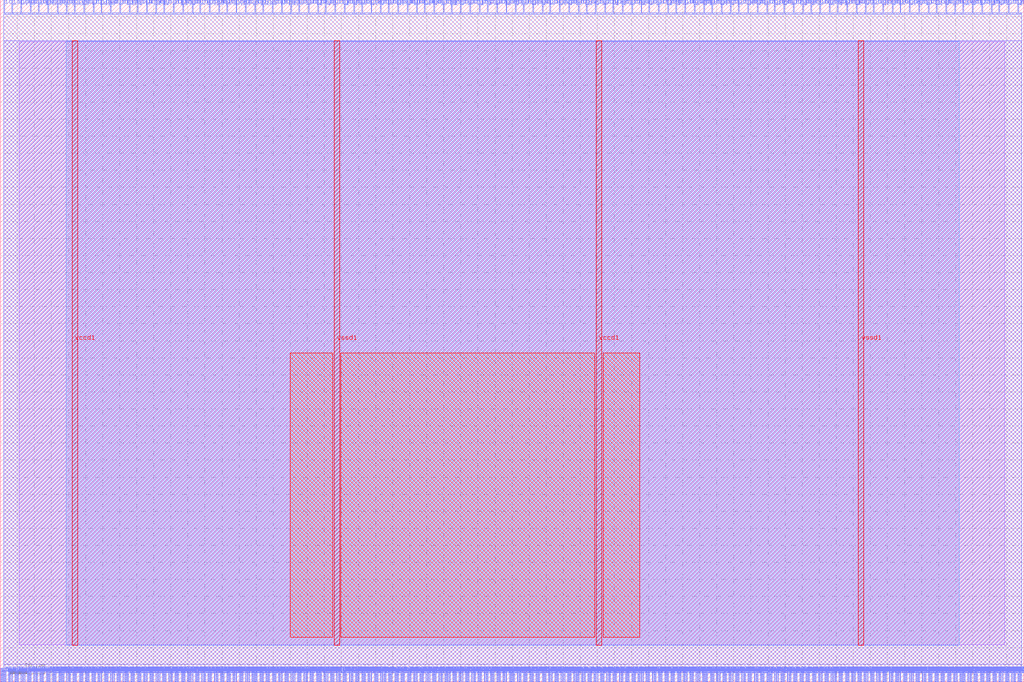
<source format=lef>
VERSION 5.7 ;
  NOWIREEXTENSIONATPIN ON ;
  DIVIDERCHAR "/" ;
  BUSBITCHARS "[]" ;
MACRO user_proj_example
  CLASS BLOCK ;
  FOREIGN user_proj_example ;
  ORIGIN 0.000 0.000 ;
  SIZE 300.000 BY 200.000 ;
  PIN io_in[0]
    DIRECTION INPUT ;
    USE SIGNAL ;
    PORT
      LAYER met2 ;
        RECT 1.010 196.000 1.290 200.000 ;
    END
  END io_in[0]
  PIN io_in[10]
    DIRECTION INPUT ;
    USE SIGNAL ;
    PORT
      LAYER met2 ;
        RECT 79.670 196.000 79.950 200.000 ;
    END
  END io_in[10]
  PIN io_in[11]
    DIRECTION INPUT ;
    USE SIGNAL ;
    PORT
      LAYER met2 ;
        RECT 87.490 196.000 87.770 200.000 ;
    END
  END io_in[11]
  PIN io_in[12]
    DIRECTION INPUT ;
    USE SIGNAL ;
    PORT
      LAYER met2 ;
        RECT 95.310 196.000 95.590 200.000 ;
    END
  END io_in[12]
  PIN io_in[13]
    DIRECTION INPUT ;
    USE SIGNAL ;
    PORT
      LAYER met2 ;
        RECT 103.590 196.000 103.870 200.000 ;
    END
  END io_in[13]
  PIN io_in[14]
    DIRECTION INPUT ;
    USE SIGNAL ;
    PORT
      LAYER met2 ;
        RECT 111.410 196.000 111.690 200.000 ;
    END
  END io_in[14]
  PIN io_in[15]
    DIRECTION INPUT ;
    USE SIGNAL ;
    PORT
      LAYER met2 ;
        RECT 119.230 196.000 119.510 200.000 ;
    END
  END io_in[15]
  PIN io_in[16]
    DIRECTION INPUT ;
    USE SIGNAL ;
    PORT
      LAYER met2 ;
        RECT 127.050 196.000 127.330 200.000 ;
    END
  END io_in[16]
  PIN io_in[17]
    DIRECTION INPUT ;
    USE SIGNAL ;
    PORT
      LAYER met2 ;
        RECT 134.870 196.000 135.150 200.000 ;
    END
  END io_in[17]
  PIN io_in[18]
    DIRECTION INPUT ;
    USE SIGNAL ;
    PORT
      LAYER met2 ;
        RECT 142.690 196.000 142.970 200.000 ;
    END
  END io_in[18]
  PIN io_in[19]
    DIRECTION INPUT ;
    USE SIGNAL ;
    PORT
      LAYER met2 ;
        RECT 150.970 196.000 151.250 200.000 ;
    END
  END io_in[19]
  PIN io_in[1]
    DIRECTION INPUT ;
    USE SIGNAL ;
    PORT
      LAYER met2 ;
        RECT 8.830 196.000 9.110 200.000 ;
    END
  END io_in[1]
  PIN io_in[20]
    DIRECTION INPUT ;
    USE SIGNAL ;
    PORT
      LAYER met2 ;
        RECT 158.790 196.000 159.070 200.000 ;
    END
  END io_in[20]
  PIN io_in[21]
    DIRECTION INPUT ;
    USE SIGNAL ;
    PORT
      LAYER met2 ;
        RECT 166.610 196.000 166.890 200.000 ;
    END
  END io_in[21]
  PIN io_in[22]
    DIRECTION INPUT ;
    USE SIGNAL ;
    PORT
      LAYER met2 ;
        RECT 174.430 196.000 174.710 200.000 ;
    END
  END io_in[22]
  PIN io_in[23]
    DIRECTION INPUT ;
    USE SIGNAL ;
    PORT
      LAYER met2 ;
        RECT 182.250 196.000 182.530 200.000 ;
    END
  END io_in[23]
  PIN io_in[24]
    DIRECTION INPUT ;
    USE SIGNAL ;
    PORT
      LAYER met2 ;
        RECT 190.070 196.000 190.350 200.000 ;
    END
  END io_in[24]
  PIN io_in[25]
    DIRECTION INPUT ;
    USE SIGNAL ;
    PORT
      LAYER met2 ;
        RECT 197.890 196.000 198.170 200.000 ;
    END
  END io_in[25]
  PIN io_in[26]
    DIRECTION INPUT ;
    USE SIGNAL ;
    PORT
      LAYER met2 ;
        RECT 206.170 196.000 206.450 200.000 ;
    END
  END io_in[26]
  PIN io_in[27]
    DIRECTION INPUT ;
    USE SIGNAL ;
    PORT
      LAYER met2 ;
        RECT 213.990 196.000 214.270 200.000 ;
    END
  END io_in[27]
  PIN io_in[28]
    DIRECTION INPUT ;
    USE SIGNAL ;
    PORT
      LAYER met2 ;
        RECT 221.810 196.000 222.090 200.000 ;
    END
  END io_in[28]
  PIN io_in[29]
    DIRECTION INPUT ;
    USE SIGNAL ;
    PORT
      LAYER met2 ;
        RECT 229.630 196.000 229.910 200.000 ;
    END
  END io_in[29]
  PIN io_in[2]
    DIRECTION INPUT ;
    USE SIGNAL ;
    PORT
      LAYER met2 ;
        RECT 16.650 196.000 16.930 200.000 ;
    END
  END io_in[2]
  PIN io_in[30]
    DIRECTION INPUT ;
    USE SIGNAL ;
    PORT
      LAYER met2 ;
        RECT 237.450 196.000 237.730 200.000 ;
    END
  END io_in[30]
  PIN io_in[31]
    DIRECTION INPUT ;
    USE SIGNAL ;
    PORT
      LAYER met2 ;
        RECT 245.270 196.000 245.550 200.000 ;
    END
  END io_in[31]
  PIN io_in[32]
    DIRECTION INPUT ;
    USE SIGNAL ;
    PORT
      LAYER met2 ;
        RECT 253.550 196.000 253.830 200.000 ;
    END
  END io_in[32]
  PIN io_in[33]
    DIRECTION INPUT ;
    USE SIGNAL ;
    PORT
      LAYER met2 ;
        RECT 261.370 196.000 261.650 200.000 ;
    END
  END io_in[33]
  PIN io_in[34]
    DIRECTION INPUT ;
    USE SIGNAL ;
    PORT
      LAYER met2 ;
        RECT 269.190 196.000 269.470 200.000 ;
    END
  END io_in[34]
  PIN io_in[35]
    DIRECTION INPUT ;
    USE SIGNAL ;
    PORT
      LAYER met2 ;
        RECT 277.010 196.000 277.290 200.000 ;
    END
  END io_in[35]
  PIN io_in[36]
    DIRECTION INPUT ;
    USE SIGNAL ;
    PORT
      LAYER met2 ;
        RECT 284.830 196.000 285.110 200.000 ;
    END
  END io_in[36]
  PIN io_in[37]
    DIRECTION INPUT ;
    USE SIGNAL ;
    PORT
      LAYER met2 ;
        RECT 292.650 196.000 292.930 200.000 ;
    END
  END io_in[37]
  PIN io_in[3]
    DIRECTION INPUT ;
    USE SIGNAL ;
    PORT
      LAYER met2 ;
        RECT 24.470 196.000 24.750 200.000 ;
    END
  END io_in[3]
  PIN io_in[4]
    DIRECTION INPUT ;
    USE SIGNAL ;
    PORT
      LAYER met2 ;
        RECT 32.290 196.000 32.570 200.000 ;
    END
  END io_in[4]
  PIN io_in[5]
    DIRECTION INPUT ;
    USE SIGNAL ;
    PORT
      LAYER met2 ;
        RECT 40.110 196.000 40.390 200.000 ;
    END
  END io_in[5]
  PIN io_in[6]
    DIRECTION INPUT ;
    USE SIGNAL ;
    PORT
      LAYER met2 ;
        RECT 47.930 196.000 48.210 200.000 ;
    END
  END io_in[6]
  PIN io_in[7]
    DIRECTION INPUT ;
    USE SIGNAL ;
    PORT
      LAYER met2 ;
        RECT 56.210 196.000 56.490 200.000 ;
    END
  END io_in[7]
  PIN io_in[8]
    DIRECTION INPUT ;
    USE SIGNAL ;
    PORT
      LAYER met2 ;
        RECT 64.030 196.000 64.310 200.000 ;
    END
  END io_in[8]
  PIN io_in[9]
    DIRECTION INPUT ;
    USE SIGNAL ;
    PORT
      LAYER met2 ;
        RECT 71.850 196.000 72.130 200.000 ;
    END
  END io_in[9]
  PIN io_oeb[0]
    DIRECTION OUTPUT TRISTATE ;
    USE SIGNAL ;
    PORT
      LAYER met2 ;
        RECT 3.310 196.000 3.590 200.000 ;
    END
  END io_oeb[0]
  PIN io_oeb[10]
    DIRECTION OUTPUT TRISTATE ;
    USE SIGNAL ;
    PORT
      LAYER met2 ;
        RECT 82.430 196.000 82.710 200.000 ;
    END
  END io_oeb[10]
  PIN io_oeb[11]
    DIRECTION OUTPUT TRISTATE ;
    USE SIGNAL ;
    PORT
      LAYER met2 ;
        RECT 90.250 196.000 90.530 200.000 ;
    END
  END io_oeb[11]
  PIN io_oeb[12]
    DIRECTION OUTPUT TRISTATE ;
    USE SIGNAL ;
    PORT
      LAYER met2 ;
        RECT 98.070 196.000 98.350 200.000 ;
    END
  END io_oeb[12]
  PIN io_oeb[13]
    DIRECTION OUTPUT TRISTATE ;
    USE SIGNAL ;
    PORT
      LAYER met2 ;
        RECT 105.890 196.000 106.170 200.000 ;
    END
  END io_oeb[13]
  PIN io_oeb[14]
    DIRECTION OUTPUT TRISTATE ;
    USE SIGNAL ;
    PORT
      LAYER met2 ;
        RECT 113.710 196.000 113.990 200.000 ;
    END
  END io_oeb[14]
  PIN io_oeb[15]
    DIRECTION OUTPUT TRISTATE ;
    USE SIGNAL ;
    PORT
      LAYER met2 ;
        RECT 121.990 196.000 122.270 200.000 ;
    END
  END io_oeb[15]
  PIN io_oeb[16]
    DIRECTION OUTPUT TRISTATE ;
    USE SIGNAL ;
    PORT
      LAYER met2 ;
        RECT 129.810 196.000 130.090 200.000 ;
    END
  END io_oeb[16]
  PIN io_oeb[17]
    DIRECTION OUTPUT TRISTATE ;
    USE SIGNAL ;
    PORT
      LAYER met2 ;
        RECT 137.630 196.000 137.910 200.000 ;
    END
  END io_oeb[17]
  PIN io_oeb[18]
    DIRECTION OUTPUT TRISTATE ;
    USE SIGNAL ;
    PORT
      LAYER met2 ;
        RECT 145.450 196.000 145.730 200.000 ;
    END
  END io_oeb[18]
  PIN io_oeb[19]
    DIRECTION OUTPUT TRISTATE ;
    USE SIGNAL ;
    PORT
      LAYER met2 ;
        RECT 153.270 196.000 153.550 200.000 ;
    END
  END io_oeb[19]
  PIN io_oeb[1]
    DIRECTION OUTPUT TRISTATE ;
    USE SIGNAL ;
    PORT
      LAYER met2 ;
        RECT 11.130 196.000 11.410 200.000 ;
    END
  END io_oeb[1]
  PIN io_oeb[20]
    DIRECTION OUTPUT TRISTATE ;
    USE SIGNAL ;
    PORT
      LAYER met2 ;
        RECT 161.090 196.000 161.370 200.000 ;
    END
  END io_oeb[20]
  PIN io_oeb[21]
    DIRECTION OUTPUT TRISTATE ;
    USE SIGNAL ;
    PORT
      LAYER met2 ;
        RECT 169.370 196.000 169.650 200.000 ;
    END
  END io_oeb[21]
  PIN io_oeb[22]
    DIRECTION OUTPUT TRISTATE ;
    USE SIGNAL ;
    PORT
      LAYER met2 ;
        RECT 177.190 196.000 177.470 200.000 ;
    END
  END io_oeb[22]
  PIN io_oeb[23]
    DIRECTION OUTPUT TRISTATE ;
    USE SIGNAL ;
    PORT
      LAYER met2 ;
        RECT 185.010 196.000 185.290 200.000 ;
    END
  END io_oeb[23]
  PIN io_oeb[24]
    DIRECTION OUTPUT TRISTATE ;
    USE SIGNAL ;
    PORT
      LAYER met2 ;
        RECT 192.830 196.000 193.110 200.000 ;
    END
  END io_oeb[24]
  PIN io_oeb[25]
    DIRECTION OUTPUT TRISTATE ;
    USE SIGNAL ;
    PORT
      LAYER met2 ;
        RECT 200.650 196.000 200.930 200.000 ;
    END
  END io_oeb[25]
  PIN io_oeb[26]
    DIRECTION OUTPUT TRISTATE ;
    USE SIGNAL ;
    PORT
      LAYER met2 ;
        RECT 208.470 196.000 208.750 200.000 ;
    END
  END io_oeb[26]
  PIN io_oeb[27]
    DIRECTION OUTPUT TRISTATE ;
    USE SIGNAL ;
    PORT
      LAYER met2 ;
        RECT 216.290 196.000 216.570 200.000 ;
    END
  END io_oeb[27]
  PIN io_oeb[28]
    DIRECTION OUTPUT TRISTATE ;
    USE SIGNAL ;
    PORT
      LAYER met2 ;
        RECT 224.570 196.000 224.850 200.000 ;
    END
  END io_oeb[28]
  PIN io_oeb[29]
    DIRECTION OUTPUT TRISTATE ;
    USE SIGNAL ;
    PORT
      LAYER met2 ;
        RECT 232.390 196.000 232.670 200.000 ;
    END
  END io_oeb[29]
  PIN io_oeb[2]
    DIRECTION OUTPUT TRISTATE ;
    USE SIGNAL ;
    PORT
      LAYER met2 ;
        RECT 19.410 196.000 19.690 200.000 ;
    END
  END io_oeb[2]
  PIN io_oeb[30]
    DIRECTION OUTPUT TRISTATE ;
    USE SIGNAL ;
    PORT
      LAYER met2 ;
        RECT 240.210 196.000 240.490 200.000 ;
    END
  END io_oeb[30]
  PIN io_oeb[31]
    DIRECTION OUTPUT TRISTATE ;
    USE SIGNAL ;
    PORT
      LAYER met2 ;
        RECT 248.030 196.000 248.310 200.000 ;
    END
  END io_oeb[31]
  PIN io_oeb[32]
    DIRECTION OUTPUT TRISTATE ;
    USE SIGNAL ;
    PORT
      LAYER met2 ;
        RECT 255.850 196.000 256.130 200.000 ;
    END
  END io_oeb[32]
  PIN io_oeb[33]
    DIRECTION OUTPUT TRISTATE ;
    USE SIGNAL ;
    PORT
      LAYER met2 ;
        RECT 263.670 196.000 263.950 200.000 ;
    END
  END io_oeb[33]
  PIN io_oeb[34]
    DIRECTION OUTPUT TRISTATE ;
    USE SIGNAL ;
    PORT
      LAYER met2 ;
        RECT 271.950 196.000 272.230 200.000 ;
    END
  END io_oeb[34]
  PIN io_oeb[35]
    DIRECTION OUTPUT TRISTATE ;
    USE SIGNAL ;
    PORT
      LAYER met2 ;
        RECT 279.770 196.000 280.050 200.000 ;
    END
  END io_oeb[35]
  PIN io_oeb[36]
    DIRECTION OUTPUT TRISTATE ;
    USE SIGNAL ;
    PORT
      LAYER met2 ;
        RECT 287.590 196.000 287.870 200.000 ;
    END
  END io_oeb[36]
  PIN io_oeb[37]
    DIRECTION OUTPUT TRISTATE ;
    USE SIGNAL ;
    PORT
      LAYER met2 ;
        RECT 295.410 196.000 295.690 200.000 ;
    END
  END io_oeb[37]
  PIN io_oeb[3]
    DIRECTION OUTPUT TRISTATE ;
    USE SIGNAL ;
    PORT
      LAYER met2 ;
        RECT 27.230 196.000 27.510 200.000 ;
    END
  END io_oeb[3]
  PIN io_oeb[4]
    DIRECTION OUTPUT TRISTATE ;
    USE SIGNAL ;
    PORT
      LAYER met2 ;
        RECT 35.050 196.000 35.330 200.000 ;
    END
  END io_oeb[4]
  PIN io_oeb[5]
    DIRECTION OUTPUT TRISTATE ;
    USE SIGNAL ;
    PORT
      LAYER met2 ;
        RECT 42.870 196.000 43.150 200.000 ;
    END
  END io_oeb[5]
  PIN io_oeb[6]
    DIRECTION OUTPUT TRISTATE ;
    USE SIGNAL ;
    PORT
      LAYER met2 ;
        RECT 50.690 196.000 50.970 200.000 ;
    END
  END io_oeb[6]
  PIN io_oeb[7]
    DIRECTION OUTPUT TRISTATE ;
    USE SIGNAL ;
    PORT
      LAYER met2 ;
        RECT 58.510 196.000 58.790 200.000 ;
    END
  END io_oeb[7]
  PIN io_oeb[8]
    DIRECTION OUTPUT TRISTATE ;
    USE SIGNAL ;
    PORT
      LAYER met2 ;
        RECT 66.330 196.000 66.610 200.000 ;
    END
  END io_oeb[8]
  PIN io_oeb[9]
    DIRECTION OUTPUT TRISTATE ;
    USE SIGNAL ;
    PORT
      LAYER met2 ;
        RECT 74.610 196.000 74.890 200.000 ;
    END
  END io_oeb[9]
  PIN io_out[0]
    DIRECTION OUTPUT TRISTATE ;
    USE SIGNAL ;
    PORT
      LAYER met2 ;
        RECT 6.070 196.000 6.350 200.000 ;
    END
  END io_out[0]
  PIN io_out[10]
    DIRECTION OUTPUT TRISTATE ;
    USE SIGNAL ;
    PORT
      LAYER met2 ;
        RECT 85.190 196.000 85.470 200.000 ;
    END
  END io_out[10]
  PIN io_out[11]
    DIRECTION OUTPUT TRISTATE ;
    USE SIGNAL ;
    PORT
      LAYER met2 ;
        RECT 93.010 196.000 93.290 200.000 ;
    END
  END io_out[11]
  PIN io_out[12]
    DIRECTION OUTPUT TRISTATE ;
    USE SIGNAL ;
    PORT
      LAYER met2 ;
        RECT 100.830 196.000 101.110 200.000 ;
    END
  END io_out[12]
  PIN io_out[13]
    DIRECTION OUTPUT TRISTATE ;
    USE SIGNAL ;
    PORT
      LAYER met2 ;
        RECT 108.650 196.000 108.930 200.000 ;
    END
  END io_out[13]
  PIN io_out[14]
    DIRECTION OUTPUT TRISTATE ;
    USE SIGNAL ;
    PORT
      LAYER met2 ;
        RECT 116.470 196.000 116.750 200.000 ;
    END
  END io_out[14]
  PIN io_out[15]
    DIRECTION OUTPUT TRISTATE ;
    USE SIGNAL ;
    PORT
      LAYER met2 ;
        RECT 124.290 196.000 124.570 200.000 ;
    END
  END io_out[15]
  PIN io_out[16]
    DIRECTION OUTPUT TRISTATE ;
    USE SIGNAL ;
    PORT
      LAYER met2 ;
        RECT 132.110 196.000 132.390 200.000 ;
    END
  END io_out[16]
  PIN io_out[17]
    DIRECTION OUTPUT TRISTATE ;
    USE SIGNAL ;
    PORT
      LAYER met2 ;
        RECT 140.390 196.000 140.670 200.000 ;
    END
  END io_out[17]
  PIN io_out[18]
    DIRECTION OUTPUT TRISTATE ;
    USE SIGNAL ;
    PORT
      LAYER met2 ;
        RECT 148.210 196.000 148.490 200.000 ;
    END
  END io_out[18]
  PIN io_out[19]
    DIRECTION OUTPUT TRISTATE ;
    USE SIGNAL ;
    PORT
      LAYER met2 ;
        RECT 156.030 196.000 156.310 200.000 ;
    END
  END io_out[19]
  PIN io_out[1]
    DIRECTION OUTPUT TRISTATE ;
    USE SIGNAL ;
    PORT
      LAYER met2 ;
        RECT 13.890 196.000 14.170 200.000 ;
    END
  END io_out[1]
  PIN io_out[20]
    DIRECTION OUTPUT TRISTATE ;
    USE SIGNAL ;
    PORT
      LAYER met2 ;
        RECT 163.850 196.000 164.130 200.000 ;
    END
  END io_out[20]
  PIN io_out[21]
    DIRECTION OUTPUT TRISTATE ;
    USE SIGNAL ;
    PORT
      LAYER met2 ;
        RECT 171.670 196.000 171.950 200.000 ;
    END
  END io_out[21]
  PIN io_out[22]
    DIRECTION OUTPUT TRISTATE ;
    USE SIGNAL ;
    PORT
      LAYER met2 ;
        RECT 179.490 196.000 179.770 200.000 ;
    END
  END io_out[22]
  PIN io_out[23]
    DIRECTION OUTPUT TRISTATE ;
    USE SIGNAL ;
    PORT
      LAYER met2 ;
        RECT 187.770 196.000 188.050 200.000 ;
    END
  END io_out[23]
  PIN io_out[24]
    DIRECTION OUTPUT TRISTATE ;
    USE SIGNAL ;
    PORT
      LAYER met2 ;
        RECT 195.590 196.000 195.870 200.000 ;
    END
  END io_out[24]
  PIN io_out[25]
    DIRECTION OUTPUT TRISTATE ;
    USE SIGNAL ;
    PORT
      LAYER met2 ;
        RECT 203.410 196.000 203.690 200.000 ;
    END
  END io_out[25]
  PIN io_out[26]
    DIRECTION OUTPUT TRISTATE ;
    USE SIGNAL ;
    PORT
      LAYER met2 ;
        RECT 211.230 196.000 211.510 200.000 ;
    END
  END io_out[26]
  PIN io_out[27]
    DIRECTION OUTPUT TRISTATE ;
    USE SIGNAL ;
    PORT
      LAYER met2 ;
        RECT 219.050 196.000 219.330 200.000 ;
    END
  END io_out[27]
  PIN io_out[28]
    DIRECTION OUTPUT TRISTATE ;
    USE SIGNAL ;
    PORT
      LAYER met2 ;
        RECT 226.870 196.000 227.150 200.000 ;
    END
  END io_out[28]
  PIN io_out[29]
    DIRECTION OUTPUT TRISTATE ;
    USE SIGNAL ;
    PORT
      LAYER met2 ;
        RECT 235.150 196.000 235.430 200.000 ;
    END
  END io_out[29]
  PIN io_out[2]
    DIRECTION OUTPUT TRISTATE ;
    USE SIGNAL ;
    PORT
      LAYER met2 ;
        RECT 21.710 196.000 21.990 200.000 ;
    END
  END io_out[2]
  PIN io_out[30]
    DIRECTION OUTPUT TRISTATE ;
    USE SIGNAL ;
    PORT
      LAYER met2 ;
        RECT 242.970 196.000 243.250 200.000 ;
    END
  END io_out[30]
  PIN io_out[31]
    DIRECTION OUTPUT TRISTATE ;
    USE SIGNAL ;
    PORT
      LAYER met2 ;
        RECT 250.790 196.000 251.070 200.000 ;
    END
  END io_out[31]
  PIN io_out[32]
    DIRECTION OUTPUT TRISTATE ;
    USE SIGNAL ;
    PORT
      LAYER met2 ;
        RECT 258.610 196.000 258.890 200.000 ;
    END
  END io_out[32]
  PIN io_out[33]
    DIRECTION OUTPUT TRISTATE ;
    USE SIGNAL ;
    PORT
      LAYER met2 ;
        RECT 266.430 196.000 266.710 200.000 ;
    END
  END io_out[33]
  PIN io_out[34]
    DIRECTION OUTPUT TRISTATE ;
    USE SIGNAL ;
    PORT
      LAYER met2 ;
        RECT 274.250 196.000 274.530 200.000 ;
    END
  END io_out[34]
  PIN io_out[35]
    DIRECTION OUTPUT TRISTATE ;
    USE SIGNAL ;
    PORT
      LAYER met2 ;
        RECT 282.070 196.000 282.350 200.000 ;
    END
  END io_out[35]
  PIN io_out[36]
    DIRECTION OUTPUT TRISTATE ;
    USE SIGNAL ;
    PORT
      LAYER met2 ;
        RECT 290.350 196.000 290.630 200.000 ;
    END
  END io_out[36]
  PIN io_out[37]
    DIRECTION OUTPUT TRISTATE ;
    USE SIGNAL ;
    PORT
      LAYER met2 ;
        RECT 298.170 196.000 298.450 200.000 ;
    END
  END io_out[37]
  PIN io_out[3]
    DIRECTION OUTPUT TRISTATE ;
    USE SIGNAL ;
    PORT
      LAYER met2 ;
        RECT 29.530 196.000 29.810 200.000 ;
    END
  END io_out[3]
  PIN io_out[4]
    DIRECTION OUTPUT TRISTATE ;
    USE SIGNAL ;
    PORT
      LAYER met2 ;
        RECT 37.810 196.000 38.090 200.000 ;
    END
  END io_out[4]
  PIN io_out[5]
    DIRECTION OUTPUT TRISTATE ;
    USE SIGNAL ;
    PORT
      LAYER met2 ;
        RECT 45.630 196.000 45.910 200.000 ;
    END
  END io_out[5]
  PIN io_out[6]
    DIRECTION OUTPUT TRISTATE ;
    USE SIGNAL ;
    PORT
      LAYER met2 ;
        RECT 53.450 196.000 53.730 200.000 ;
    END
  END io_out[6]
  PIN io_out[7]
    DIRECTION OUTPUT TRISTATE ;
    USE SIGNAL ;
    PORT
      LAYER met2 ;
        RECT 61.270 196.000 61.550 200.000 ;
    END
  END io_out[7]
  PIN io_out[8]
    DIRECTION OUTPUT TRISTATE ;
    USE SIGNAL ;
    PORT
      LAYER met2 ;
        RECT 69.090 196.000 69.370 200.000 ;
    END
  END io_out[8]
  PIN io_out[9]
    DIRECTION OUTPUT TRISTATE ;
    USE SIGNAL ;
    PORT
      LAYER met2 ;
        RECT 76.910 196.000 77.190 200.000 ;
    END
  END io_out[9]
  PIN irq[0]
    DIRECTION OUTPUT TRISTATE ;
    USE SIGNAL ;
    PORT
      LAYER met2 ;
        RECT 298.170 0.000 298.450 4.000 ;
    END
  END irq[0]
  PIN irq[1]
    DIRECTION OUTPUT TRISTATE ;
    USE SIGNAL ;
    PORT
      LAYER met2 ;
        RECT 298.630 0.000 298.910 4.000 ;
    END
  END irq[1]
  PIN irq[2]
    DIRECTION OUTPUT TRISTATE ;
    USE SIGNAL ;
    PORT
      LAYER met2 ;
        RECT 299.090 0.000 299.370 4.000 ;
    END
  END irq[2]
  PIN la_data_in[0]
    DIRECTION INPUT ;
    USE SIGNAL ;
    PORT
      LAYER met2 ;
        RECT 64.490 0.000 64.770 4.000 ;
    END
  END la_data_in[0]
  PIN la_data_in[100]
    DIRECTION INPUT ;
    USE SIGNAL ;
    PORT
      LAYER met2 ;
        RECT 246.650 0.000 246.930 4.000 ;
    END
  END la_data_in[100]
  PIN la_data_in[101]
    DIRECTION INPUT ;
    USE SIGNAL ;
    PORT
      LAYER met2 ;
        RECT 248.490 0.000 248.770 4.000 ;
    END
  END la_data_in[101]
  PIN la_data_in[102]
    DIRECTION INPUT ;
    USE SIGNAL ;
    PORT
      LAYER met2 ;
        RECT 250.330 0.000 250.610 4.000 ;
    END
  END la_data_in[102]
  PIN la_data_in[103]
    DIRECTION INPUT ;
    USE SIGNAL ;
    PORT
      LAYER met2 ;
        RECT 252.170 0.000 252.450 4.000 ;
    END
  END la_data_in[103]
  PIN la_data_in[104]
    DIRECTION INPUT ;
    USE SIGNAL ;
    PORT
      LAYER met2 ;
        RECT 254.010 0.000 254.290 4.000 ;
    END
  END la_data_in[104]
  PIN la_data_in[105]
    DIRECTION INPUT ;
    USE SIGNAL ;
    PORT
      LAYER met2 ;
        RECT 255.850 0.000 256.130 4.000 ;
    END
  END la_data_in[105]
  PIN la_data_in[106]
    DIRECTION INPUT ;
    USE SIGNAL ;
    PORT
      LAYER met2 ;
        RECT 257.690 0.000 257.970 4.000 ;
    END
  END la_data_in[106]
  PIN la_data_in[107]
    DIRECTION INPUT ;
    USE SIGNAL ;
    PORT
      LAYER met2 ;
        RECT 259.530 0.000 259.810 4.000 ;
    END
  END la_data_in[107]
  PIN la_data_in[108]
    DIRECTION INPUT ;
    USE SIGNAL ;
    PORT
      LAYER met2 ;
        RECT 261.370 0.000 261.650 4.000 ;
    END
  END la_data_in[108]
  PIN la_data_in[109]
    DIRECTION INPUT ;
    USE SIGNAL ;
    PORT
      LAYER met2 ;
        RECT 263.210 0.000 263.490 4.000 ;
    END
  END la_data_in[109]
  PIN la_data_in[10]
    DIRECTION INPUT ;
    USE SIGNAL ;
    PORT
      LAYER met2 ;
        RECT 82.430 0.000 82.710 4.000 ;
    END
  END la_data_in[10]
  PIN la_data_in[110]
    DIRECTION INPUT ;
    USE SIGNAL ;
    PORT
      LAYER met2 ;
        RECT 265.050 0.000 265.330 4.000 ;
    END
  END la_data_in[110]
  PIN la_data_in[111]
    DIRECTION INPUT ;
    USE SIGNAL ;
    PORT
      LAYER met2 ;
        RECT 266.890 0.000 267.170 4.000 ;
    END
  END la_data_in[111]
  PIN la_data_in[112]
    DIRECTION INPUT ;
    USE SIGNAL ;
    PORT
      LAYER met2 ;
        RECT 268.730 0.000 269.010 4.000 ;
    END
  END la_data_in[112]
  PIN la_data_in[113]
    DIRECTION INPUT ;
    USE SIGNAL ;
    PORT
      LAYER met2 ;
        RECT 270.570 0.000 270.850 4.000 ;
    END
  END la_data_in[113]
  PIN la_data_in[114]
    DIRECTION INPUT ;
    USE SIGNAL ;
    PORT
      LAYER met2 ;
        RECT 272.410 0.000 272.690 4.000 ;
    END
  END la_data_in[114]
  PIN la_data_in[115]
    DIRECTION INPUT ;
    USE SIGNAL ;
    PORT
      LAYER met2 ;
        RECT 274.250 0.000 274.530 4.000 ;
    END
  END la_data_in[115]
  PIN la_data_in[116]
    DIRECTION INPUT ;
    USE SIGNAL ;
    PORT
      LAYER met2 ;
        RECT 276.090 0.000 276.370 4.000 ;
    END
  END la_data_in[116]
  PIN la_data_in[117]
    DIRECTION INPUT ;
    USE SIGNAL ;
    PORT
      LAYER met2 ;
        RECT 277.930 0.000 278.210 4.000 ;
    END
  END la_data_in[117]
  PIN la_data_in[118]
    DIRECTION INPUT ;
    USE SIGNAL ;
    PORT
      LAYER met2 ;
        RECT 279.770 0.000 280.050 4.000 ;
    END
  END la_data_in[118]
  PIN la_data_in[119]
    DIRECTION INPUT ;
    USE SIGNAL ;
    PORT
      LAYER met2 ;
        RECT 281.610 0.000 281.890 4.000 ;
    END
  END la_data_in[119]
  PIN la_data_in[11]
    DIRECTION INPUT ;
    USE SIGNAL ;
    PORT
      LAYER met2 ;
        RECT 84.270 0.000 84.550 4.000 ;
    END
  END la_data_in[11]
  PIN la_data_in[120]
    DIRECTION INPUT ;
    USE SIGNAL ;
    PORT
      LAYER met2 ;
        RECT 283.450 0.000 283.730 4.000 ;
    END
  END la_data_in[120]
  PIN la_data_in[121]
    DIRECTION INPUT ;
    USE SIGNAL ;
    PORT
      LAYER met2 ;
        RECT 285.290 0.000 285.570 4.000 ;
    END
  END la_data_in[121]
  PIN la_data_in[122]
    DIRECTION INPUT ;
    USE SIGNAL ;
    PORT
      LAYER met2 ;
        RECT 287.130 0.000 287.410 4.000 ;
    END
  END la_data_in[122]
  PIN la_data_in[123]
    DIRECTION INPUT ;
    USE SIGNAL ;
    PORT
      LAYER met2 ;
        RECT 288.970 0.000 289.250 4.000 ;
    END
  END la_data_in[123]
  PIN la_data_in[124]
    DIRECTION INPUT ;
    USE SIGNAL ;
    PORT
      LAYER met2 ;
        RECT 290.810 0.000 291.090 4.000 ;
    END
  END la_data_in[124]
  PIN la_data_in[125]
    DIRECTION INPUT ;
    USE SIGNAL ;
    PORT
      LAYER met2 ;
        RECT 292.650 0.000 292.930 4.000 ;
    END
  END la_data_in[125]
  PIN la_data_in[126]
    DIRECTION INPUT ;
    USE SIGNAL ;
    PORT
      LAYER met2 ;
        RECT 294.490 0.000 294.770 4.000 ;
    END
  END la_data_in[126]
  PIN la_data_in[127]
    DIRECTION INPUT ;
    USE SIGNAL ;
    PORT
      LAYER met2 ;
        RECT 296.330 0.000 296.610 4.000 ;
    END
  END la_data_in[127]
  PIN la_data_in[12]
    DIRECTION INPUT ;
    USE SIGNAL ;
    PORT
      LAYER met2 ;
        RECT 86.110 0.000 86.390 4.000 ;
    END
  END la_data_in[12]
  PIN la_data_in[13]
    DIRECTION INPUT ;
    USE SIGNAL ;
    PORT
      LAYER met2 ;
        RECT 87.950 0.000 88.230 4.000 ;
    END
  END la_data_in[13]
  PIN la_data_in[14]
    DIRECTION INPUT ;
    USE SIGNAL ;
    PORT
      LAYER met2 ;
        RECT 89.790 0.000 90.070 4.000 ;
    END
  END la_data_in[14]
  PIN la_data_in[15]
    DIRECTION INPUT ;
    USE SIGNAL ;
    PORT
      LAYER met2 ;
        RECT 91.630 0.000 91.910 4.000 ;
    END
  END la_data_in[15]
  PIN la_data_in[16]
    DIRECTION INPUT ;
    USE SIGNAL ;
    PORT
      LAYER met2 ;
        RECT 93.470 0.000 93.750 4.000 ;
    END
  END la_data_in[16]
  PIN la_data_in[17]
    DIRECTION INPUT ;
    USE SIGNAL ;
    PORT
      LAYER met2 ;
        RECT 95.310 0.000 95.590 4.000 ;
    END
  END la_data_in[17]
  PIN la_data_in[18]
    DIRECTION INPUT ;
    USE SIGNAL ;
    PORT
      LAYER met2 ;
        RECT 97.150 0.000 97.430 4.000 ;
    END
  END la_data_in[18]
  PIN la_data_in[19]
    DIRECTION INPUT ;
    USE SIGNAL ;
    PORT
      LAYER met2 ;
        RECT 98.990 0.000 99.270 4.000 ;
    END
  END la_data_in[19]
  PIN la_data_in[1]
    DIRECTION INPUT ;
    USE SIGNAL ;
    PORT
      LAYER met2 ;
        RECT 66.330 0.000 66.610 4.000 ;
    END
  END la_data_in[1]
  PIN la_data_in[20]
    DIRECTION INPUT ;
    USE SIGNAL ;
    PORT
      LAYER met2 ;
        RECT 100.830 0.000 101.110 4.000 ;
    END
  END la_data_in[20]
  PIN la_data_in[21]
    DIRECTION INPUT ;
    USE SIGNAL ;
    PORT
      LAYER met2 ;
        RECT 102.670 0.000 102.950 4.000 ;
    END
  END la_data_in[21]
  PIN la_data_in[22]
    DIRECTION INPUT ;
    USE SIGNAL ;
    PORT
      LAYER met2 ;
        RECT 104.510 0.000 104.790 4.000 ;
    END
  END la_data_in[22]
  PIN la_data_in[23]
    DIRECTION INPUT ;
    USE SIGNAL ;
    PORT
      LAYER met2 ;
        RECT 106.350 0.000 106.630 4.000 ;
    END
  END la_data_in[23]
  PIN la_data_in[24]
    DIRECTION INPUT ;
    USE SIGNAL ;
    PORT
      LAYER met2 ;
        RECT 108.190 0.000 108.470 4.000 ;
    END
  END la_data_in[24]
  PIN la_data_in[25]
    DIRECTION INPUT ;
    USE SIGNAL ;
    PORT
      LAYER met2 ;
        RECT 110.030 0.000 110.310 4.000 ;
    END
  END la_data_in[25]
  PIN la_data_in[26]
    DIRECTION INPUT ;
    USE SIGNAL ;
    PORT
      LAYER met2 ;
        RECT 111.870 0.000 112.150 4.000 ;
    END
  END la_data_in[26]
  PIN la_data_in[27]
    DIRECTION INPUT ;
    USE SIGNAL ;
    PORT
      LAYER met2 ;
        RECT 113.710 0.000 113.990 4.000 ;
    END
  END la_data_in[27]
  PIN la_data_in[28]
    DIRECTION INPUT ;
    USE SIGNAL ;
    PORT
      LAYER met2 ;
        RECT 115.550 0.000 115.830 4.000 ;
    END
  END la_data_in[28]
  PIN la_data_in[29]
    DIRECTION INPUT ;
    USE SIGNAL ;
    PORT
      LAYER met2 ;
        RECT 117.390 0.000 117.670 4.000 ;
    END
  END la_data_in[29]
  PIN la_data_in[2]
    DIRECTION INPUT ;
    USE SIGNAL ;
    PORT
      LAYER met2 ;
        RECT 68.170 0.000 68.450 4.000 ;
    END
  END la_data_in[2]
  PIN la_data_in[30]
    DIRECTION INPUT ;
    USE SIGNAL ;
    PORT
      LAYER met2 ;
        RECT 119.230 0.000 119.510 4.000 ;
    END
  END la_data_in[30]
  PIN la_data_in[31]
    DIRECTION INPUT ;
    USE SIGNAL ;
    PORT
      LAYER met2 ;
        RECT 121.070 0.000 121.350 4.000 ;
    END
  END la_data_in[31]
  PIN la_data_in[32]
    DIRECTION INPUT ;
    USE SIGNAL ;
    PORT
      LAYER met2 ;
        RECT 122.910 0.000 123.190 4.000 ;
    END
  END la_data_in[32]
  PIN la_data_in[33]
    DIRECTION INPUT ;
    USE SIGNAL ;
    PORT
      LAYER met2 ;
        RECT 124.750 0.000 125.030 4.000 ;
    END
  END la_data_in[33]
  PIN la_data_in[34]
    DIRECTION INPUT ;
    USE SIGNAL ;
    PORT
      LAYER met2 ;
        RECT 126.590 0.000 126.870 4.000 ;
    END
  END la_data_in[34]
  PIN la_data_in[35]
    DIRECTION INPUT ;
    USE SIGNAL ;
    PORT
      LAYER met2 ;
        RECT 128.430 0.000 128.710 4.000 ;
    END
  END la_data_in[35]
  PIN la_data_in[36]
    DIRECTION INPUT ;
    USE SIGNAL ;
    PORT
      LAYER met2 ;
        RECT 130.270 0.000 130.550 4.000 ;
    END
  END la_data_in[36]
  PIN la_data_in[37]
    DIRECTION INPUT ;
    USE SIGNAL ;
    PORT
      LAYER met2 ;
        RECT 131.650 0.000 131.930 4.000 ;
    END
  END la_data_in[37]
  PIN la_data_in[38]
    DIRECTION INPUT ;
    USE SIGNAL ;
    PORT
      LAYER met2 ;
        RECT 133.490 0.000 133.770 4.000 ;
    END
  END la_data_in[38]
  PIN la_data_in[39]
    DIRECTION INPUT ;
    USE SIGNAL ;
    PORT
      LAYER met2 ;
        RECT 135.330 0.000 135.610 4.000 ;
    END
  END la_data_in[39]
  PIN la_data_in[3]
    DIRECTION INPUT ;
    USE SIGNAL ;
    PORT
      LAYER met2 ;
        RECT 70.010 0.000 70.290 4.000 ;
    END
  END la_data_in[3]
  PIN la_data_in[40]
    DIRECTION INPUT ;
    USE SIGNAL ;
    PORT
      LAYER met2 ;
        RECT 137.170 0.000 137.450 4.000 ;
    END
  END la_data_in[40]
  PIN la_data_in[41]
    DIRECTION INPUT ;
    USE SIGNAL ;
    PORT
      LAYER met2 ;
        RECT 139.010 0.000 139.290 4.000 ;
    END
  END la_data_in[41]
  PIN la_data_in[42]
    DIRECTION INPUT ;
    USE SIGNAL ;
    PORT
      LAYER met2 ;
        RECT 140.850 0.000 141.130 4.000 ;
    END
  END la_data_in[42]
  PIN la_data_in[43]
    DIRECTION INPUT ;
    USE SIGNAL ;
    PORT
      LAYER met2 ;
        RECT 142.690 0.000 142.970 4.000 ;
    END
  END la_data_in[43]
  PIN la_data_in[44]
    DIRECTION INPUT ;
    USE SIGNAL ;
    PORT
      LAYER met2 ;
        RECT 144.530 0.000 144.810 4.000 ;
    END
  END la_data_in[44]
  PIN la_data_in[45]
    DIRECTION INPUT ;
    USE SIGNAL ;
    PORT
      LAYER met2 ;
        RECT 146.370 0.000 146.650 4.000 ;
    END
  END la_data_in[45]
  PIN la_data_in[46]
    DIRECTION INPUT ;
    USE SIGNAL ;
    PORT
      LAYER met2 ;
        RECT 148.210 0.000 148.490 4.000 ;
    END
  END la_data_in[46]
  PIN la_data_in[47]
    DIRECTION INPUT ;
    USE SIGNAL ;
    PORT
      LAYER met2 ;
        RECT 150.050 0.000 150.330 4.000 ;
    END
  END la_data_in[47]
  PIN la_data_in[48]
    DIRECTION INPUT ;
    USE SIGNAL ;
    PORT
      LAYER met2 ;
        RECT 151.890 0.000 152.170 4.000 ;
    END
  END la_data_in[48]
  PIN la_data_in[49]
    DIRECTION INPUT ;
    USE SIGNAL ;
    PORT
      LAYER met2 ;
        RECT 153.730 0.000 154.010 4.000 ;
    END
  END la_data_in[49]
  PIN la_data_in[4]
    DIRECTION INPUT ;
    USE SIGNAL ;
    PORT
      LAYER met2 ;
        RECT 71.850 0.000 72.130 4.000 ;
    END
  END la_data_in[4]
  PIN la_data_in[50]
    DIRECTION INPUT ;
    USE SIGNAL ;
    PORT
      LAYER met2 ;
        RECT 155.570 0.000 155.850 4.000 ;
    END
  END la_data_in[50]
  PIN la_data_in[51]
    DIRECTION INPUT ;
    USE SIGNAL ;
    PORT
      LAYER met2 ;
        RECT 157.410 0.000 157.690 4.000 ;
    END
  END la_data_in[51]
  PIN la_data_in[52]
    DIRECTION INPUT ;
    USE SIGNAL ;
    PORT
      LAYER met2 ;
        RECT 159.250 0.000 159.530 4.000 ;
    END
  END la_data_in[52]
  PIN la_data_in[53]
    DIRECTION INPUT ;
    USE SIGNAL ;
    PORT
      LAYER met2 ;
        RECT 161.090 0.000 161.370 4.000 ;
    END
  END la_data_in[53]
  PIN la_data_in[54]
    DIRECTION INPUT ;
    USE SIGNAL ;
    PORT
      LAYER met2 ;
        RECT 162.930 0.000 163.210 4.000 ;
    END
  END la_data_in[54]
  PIN la_data_in[55]
    DIRECTION INPUT ;
    USE SIGNAL ;
    PORT
      LAYER met2 ;
        RECT 164.770 0.000 165.050 4.000 ;
    END
  END la_data_in[55]
  PIN la_data_in[56]
    DIRECTION INPUT ;
    USE SIGNAL ;
    PORT
      LAYER met2 ;
        RECT 166.610 0.000 166.890 4.000 ;
    END
  END la_data_in[56]
  PIN la_data_in[57]
    DIRECTION INPUT ;
    USE SIGNAL ;
    PORT
      LAYER met2 ;
        RECT 168.450 0.000 168.730 4.000 ;
    END
  END la_data_in[57]
  PIN la_data_in[58]
    DIRECTION INPUT ;
    USE SIGNAL ;
    PORT
      LAYER met2 ;
        RECT 170.290 0.000 170.570 4.000 ;
    END
  END la_data_in[58]
  PIN la_data_in[59]
    DIRECTION INPUT ;
    USE SIGNAL ;
    PORT
      LAYER met2 ;
        RECT 172.130 0.000 172.410 4.000 ;
    END
  END la_data_in[59]
  PIN la_data_in[5]
    DIRECTION INPUT ;
    USE SIGNAL ;
    PORT
      LAYER met2 ;
        RECT 73.690 0.000 73.970 4.000 ;
    END
  END la_data_in[5]
  PIN la_data_in[60]
    DIRECTION INPUT ;
    USE SIGNAL ;
    PORT
      LAYER met2 ;
        RECT 173.970 0.000 174.250 4.000 ;
    END
  END la_data_in[60]
  PIN la_data_in[61]
    DIRECTION INPUT ;
    USE SIGNAL ;
    PORT
      LAYER met2 ;
        RECT 175.810 0.000 176.090 4.000 ;
    END
  END la_data_in[61]
  PIN la_data_in[62]
    DIRECTION INPUT ;
    USE SIGNAL ;
    PORT
      LAYER met2 ;
        RECT 177.650 0.000 177.930 4.000 ;
    END
  END la_data_in[62]
  PIN la_data_in[63]
    DIRECTION INPUT ;
    USE SIGNAL ;
    PORT
      LAYER met2 ;
        RECT 179.490 0.000 179.770 4.000 ;
    END
  END la_data_in[63]
  PIN la_data_in[64]
    DIRECTION INPUT ;
    USE SIGNAL ;
    PORT
      LAYER met2 ;
        RECT 181.330 0.000 181.610 4.000 ;
    END
  END la_data_in[64]
  PIN la_data_in[65]
    DIRECTION INPUT ;
    USE SIGNAL ;
    PORT
      LAYER met2 ;
        RECT 183.170 0.000 183.450 4.000 ;
    END
  END la_data_in[65]
  PIN la_data_in[66]
    DIRECTION INPUT ;
    USE SIGNAL ;
    PORT
      LAYER met2 ;
        RECT 185.010 0.000 185.290 4.000 ;
    END
  END la_data_in[66]
  PIN la_data_in[67]
    DIRECTION INPUT ;
    USE SIGNAL ;
    PORT
      LAYER met2 ;
        RECT 186.850 0.000 187.130 4.000 ;
    END
  END la_data_in[67]
  PIN la_data_in[68]
    DIRECTION INPUT ;
    USE SIGNAL ;
    PORT
      LAYER met2 ;
        RECT 188.230 0.000 188.510 4.000 ;
    END
  END la_data_in[68]
  PIN la_data_in[69]
    DIRECTION INPUT ;
    USE SIGNAL ;
    PORT
      LAYER met2 ;
        RECT 190.070 0.000 190.350 4.000 ;
    END
  END la_data_in[69]
  PIN la_data_in[6]
    DIRECTION INPUT ;
    USE SIGNAL ;
    PORT
      LAYER met2 ;
        RECT 75.070 0.000 75.350 4.000 ;
    END
  END la_data_in[6]
  PIN la_data_in[70]
    DIRECTION INPUT ;
    USE SIGNAL ;
    PORT
      LAYER met2 ;
        RECT 191.910 0.000 192.190 4.000 ;
    END
  END la_data_in[70]
  PIN la_data_in[71]
    DIRECTION INPUT ;
    USE SIGNAL ;
    PORT
      LAYER met2 ;
        RECT 193.750 0.000 194.030 4.000 ;
    END
  END la_data_in[71]
  PIN la_data_in[72]
    DIRECTION INPUT ;
    USE SIGNAL ;
    PORT
      LAYER met2 ;
        RECT 195.590 0.000 195.870 4.000 ;
    END
  END la_data_in[72]
  PIN la_data_in[73]
    DIRECTION INPUT ;
    USE SIGNAL ;
    PORT
      LAYER met2 ;
        RECT 197.430 0.000 197.710 4.000 ;
    END
  END la_data_in[73]
  PIN la_data_in[74]
    DIRECTION INPUT ;
    USE SIGNAL ;
    PORT
      LAYER met2 ;
        RECT 199.270 0.000 199.550 4.000 ;
    END
  END la_data_in[74]
  PIN la_data_in[75]
    DIRECTION INPUT ;
    USE SIGNAL ;
    PORT
      LAYER met2 ;
        RECT 201.110 0.000 201.390 4.000 ;
    END
  END la_data_in[75]
  PIN la_data_in[76]
    DIRECTION INPUT ;
    USE SIGNAL ;
    PORT
      LAYER met2 ;
        RECT 202.950 0.000 203.230 4.000 ;
    END
  END la_data_in[76]
  PIN la_data_in[77]
    DIRECTION INPUT ;
    USE SIGNAL ;
    PORT
      LAYER met2 ;
        RECT 204.790 0.000 205.070 4.000 ;
    END
  END la_data_in[77]
  PIN la_data_in[78]
    DIRECTION INPUT ;
    USE SIGNAL ;
    PORT
      LAYER met2 ;
        RECT 206.630 0.000 206.910 4.000 ;
    END
  END la_data_in[78]
  PIN la_data_in[79]
    DIRECTION INPUT ;
    USE SIGNAL ;
    PORT
      LAYER met2 ;
        RECT 208.470 0.000 208.750 4.000 ;
    END
  END la_data_in[79]
  PIN la_data_in[7]
    DIRECTION INPUT ;
    USE SIGNAL ;
    PORT
      LAYER met2 ;
        RECT 76.910 0.000 77.190 4.000 ;
    END
  END la_data_in[7]
  PIN la_data_in[80]
    DIRECTION INPUT ;
    USE SIGNAL ;
    PORT
      LAYER met2 ;
        RECT 210.310 0.000 210.590 4.000 ;
    END
  END la_data_in[80]
  PIN la_data_in[81]
    DIRECTION INPUT ;
    USE SIGNAL ;
    PORT
      LAYER met2 ;
        RECT 212.150 0.000 212.430 4.000 ;
    END
  END la_data_in[81]
  PIN la_data_in[82]
    DIRECTION INPUT ;
    USE SIGNAL ;
    PORT
      LAYER met2 ;
        RECT 213.990 0.000 214.270 4.000 ;
    END
  END la_data_in[82]
  PIN la_data_in[83]
    DIRECTION INPUT ;
    USE SIGNAL ;
    PORT
      LAYER met2 ;
        RECT 215.830 0.000 216.110 4.000 ;
    END
  END la_data_in[83]
  PIN la_data_in[84]
    DIRECTION INPUT ;
    USE SIGNAL ;
    PORT
      LAYER met2 ;
        RECT 217.670 0.000 217.950 4.000 ;
    END
  END la_data_in[84]
  PIN la_data_in[85]
    DIRECTION INPUT ;
    USE SIGNAL ;
    PORT
      LAYER met2 ;
        RECT 219.510 0.000 219.790 4.000 ;
    END
  END la_data_in[85]
  PIN la_data_in[86]
    DIRECTION INPUT ;
    USE SIGNAL ;
    PORT
      LAYER met2 ;
        RECT 221.350 0.000 221.630 4.000 ;
    END
  END la_data_in[86]
  PIN la_data_in[87]
    DIRECTION INPUT ;
    USE SIGNAL ;
    PORT
      LAYER met2 ;
        RECT 223.190 0.000 223.470 4.000 ;
    END
  END la_data_in[87]
  PIN la_data_in[88]
    DIRECTION INPUT ;
    USE SIGNAL ;
    PORT
      LAYER met2 ;
        RECT 225.030 0.000 225.310 4.000 ;
    END
  END la_data_in[88]
  PIN la_data_in[89]
    DIRECTION INPUT ;
    USE SIGNAL ;
    PORT
      LAYER met2 ;
        RECT 226.870 0.000 227.150 4.000 ;
    END
  END la_data_in[89]
  PIN la_data_in[8]
    DIRECTION INPUT ;
    USE SIGNAL ;
    PORT
      LAYER met2 ;
        RECT 78.750 0.000 79.030 4.000 ;
    END
  END la_data_in[8]
  PIN la_data_in[90]
    DIRECTION INPUT ;
    USE SIGNAL ;
    PORT
      LAYER met2 ;
        RECT 228.710 0.000 228.990 4.000 ;
    END
  END la_data_in[90]
  PIN la_data_in[91]
    DIRECTION INPUT ;
    USE SIGNAL ;
    PORT
      LAYER met2 ;
        RECT 230.550 0.000 230.830 4.000 ;
    END
  END la_data_in[91]
  PIN la_data_in[92]
    DIRECTION INPUT ;
    USE SIGNAL ;
    PORT
      LAYER met2 ;
        RECT 232.390 0.000 232.670 4.000 ;
    END
  END la_data_in[92]
  PIN la_data_in[93]
    DIRECTION INPUT ;
    USE SIGNAL ;
    PORT
      LAYER met2 ;
        RECT 234.230 0.000 234.510 4.000 ;
    END
  END la_data_in[93]
  PIN la_data_in[94]
    DIRECTION INPUT ;
    USE SIGNAL ;
    PORT
      LAYER met2 ;
        RECT 236.070 0.000 236.350 4.000 ;
    END
  END la_data_in[94]
  PIN la_data_in[95]
    DIRECTION INPUT ;
    USE SIGNAL ;
    PORT
      LAYER met2 ;
        RECT 237.910 0.000 238.190 4.000 ;
    END
  END la_data_in[95]
  PIN la_data_in[96]
    DIRECTION INPUT ;
    USE SIGNAL ;
    PORT
      LAYER met2 ;
        RECT 239.750 0.000 240.030 4.000 ;
    END
  END la_data_in[96]
  PIN la_data_in[97]
    DIRECTION INPUT ;
    USE SIGNAL ;
    PORT
      LAYER met2 ;
        RECT 241.590 0.000 241.870 4.000 ;
    END
  END la_data_in[97]
  PIN la_data_in[98]
    DIRECTION INPUT ;
    USE SIGNAL ;
    PORT
      LAYER met2 ;
        RECT 243.430 0.000 243.710 4.000 ;
    END
  END la_data_in[98]
  PIN la_data_in[99]
    DIRECTION INPUT ;
    USE SIGNAL ;
    PORT
      LAYER met2 ;
        RECT 244.810 0.000 245.090 4.000 ;
    END
  END la_data_in[99]
  PIN la_data_in[9]
    DIRECTION INPUT ;
    USE SIGNAL ;
    PORT
      LAYER met2 ;
        RECT 80.590 0.000 80.870 4.000 ;
    END
  END la_data_in[9]
  PIN la_data_out[0]
    DIRECTION OUTPUT TRISTATE ;
    USE SIGNAL ;
    PORT
      LAYER met2 ;
        RECT 64.950 0.000 65.230 4.000 ;
    END
  END la_data_out[0]
  PIN la_data_out[100]
    DIRECTION OUTPUT TRISTATE ;
    USE SIGNAL ;
    PORT
      LAYER met2 ;
        RECT 247.570 0.000 247.850 4.000 ;
    END
  END la_data_out[100]
  PIN la_data_out[101]
    DIRECTION OUTPUT TRISTATE ;
    USE SIGNAL ;
    PORT
      LAYER met2 ;
        RECT 249.410 0.000 249.690 4.000 ;
    END
  END la_data_out[101]
  PIN la_data_out[102]
    DIRECTION OUTPUT TRISTATE ;
    USE SIGNAL ;
    PORT
      LAYER met2 ;
        RECT 251.250 0.000 251.530 4.000 ;
    END
  END la_data_out[102]
  PIN la_data_out[103]
    DIRECTION OUTPUT TRISTATE ;
    USE SIGNAL ;
    PORT
      LAYER met2 ;
        RECT 253.090 0.000 253.370 4.000 ;
    END
  END la_data_out[103]
  PIN la_data_out[104]
    DIRECTION OUTPUT TRISTATE ;
    USE SIGNAL ;
    PORT
      LAYER met2 ;
        RECT 254.930 0.000 255.210 4.000 ;
    END
  END la_data_out[104]
  PIN la_data_out[105]
    DIRECTION OUTPUT TRISTATE ;
    USE SIGNAL ;
    PORT
      LAYER met2 ;
        RECT 256.770 0.000 257.050 4.000 ;
    END
  END la_data_out[105]
  PIN la_data_out[106]
    DIRECTION OUTPUT TRISTATE ;
    USE SIGNAL ;
    PORT
      LAYER met2 ;
        RECT 258.610 0.000 258.890 4.000 ;
    END
  END la_data_out[106]
  PIN la_data_out[107]
    DIRECTION OUTPUT TRISTATE ;
    USE SIGNAL ;
    PORT
      LAYER met2 ;
        RECT 260.450 0.000 260.730 4.000 ;
    END
  END la_data_out[107]
  PIN la_data_out[108]
    DIRECTION OUTPUT TRISTATE ;
    USE SIGNAL ;
    PORT
      LAYER met2 ;
        RECT 262.290 0.000 262.570 4.000 ;
    END
  END la_data_out[108]
  PIN la_data_out[109]
    DIRECTION OUTPUT TRISTATE ;
    USE SIGNAL ;
    PORT
      LAYER met2 ;
        RECT 263.670 0.000 263.950 4.000 ;
    END
  END la_data_out[109]
  PIN la_data_out[10]
    DIRECTION OUTPUT TRISTATE ;
    USE SIGNAL ;
    PORT
      LAYER met2 ;
        RECT 83.350 0.000 83.630 4.000 ;
    END
  END la_data_out[10]
  PIN la_data_out[110]
    DIRECTION OUTPUT TRISTATE ;
    USE SIGNAL ;
    PORT
      LAYER met2 ;
        RECT 265.510 0.000 265.790 4.000 ;
    END
  END la_data_out[110]
  PIN la_data_out[111]
    DIRECTION OUTPUT TRISTATE ;
    USE SIGNAL ;
    PORT
      LAYER met2 ;
        RECT 267.350 0.000 267.630 4.000 ;
    END
  END la_data_out[111]
  PIN la_data_out[112]
    DIRECTION OUTPUT TRISTATE ;
    USE SIGNAL ;
    PORT
      LAYER met2 ;
        RECT 269.190 0.000 269.470 4.000 ;
    END
  END la_data_out[112]
  PIN la_data_out[113]
    DIRECTION OUTPUT TRISTATE ;
    USE SIGNAL ;
    PORT
      LAYER met2 ;
        RECT 271.030 0.000 271.310 4.000 ;
    END
  END la_data_out[113]
  PIN la_data_out[114]
    DIRECTION OUTPUT TRISTATE ;
    USE SIGNAL ;
    PORT
      LAYER met2 ;
        RECT 272.870 0.000 273.150 4.000 ;
    END
  END la_data_out[114]
  PIN la_data_out[115]
    DIRECTION OUTPUT TRISTATE ;
    USE SIGNAL ;
    PORT
      LAYER met2 ;
        RECT 274.710 0.000 274.990 4.000 ;
    END
  END la_data_out[115]
  PIN la_data_out[116]
    DIRECTION OUTPUT TRISTATE ;
    USE SIGNAL ;
    PORT
      LAYER met2 ;
        RECT 276.550 0.000 276.830 4.000 ;
    END
  END la_data_out[116]
  PIN la_data_out[117]
    DIRECTION OUTPUT TRISTATE ;
    USE SIGNAL ;
    PORT
      LAYER met2 ;
        RECT 278.390 0.000 278.670 4.000 ;
    END
  END la_data_out[117]
  PIN la_data_out[118]
    DIRECTION OUTPUT TRISTATE ;
    USE SIGNAL ;
    PORT
      LAYER met2 ;
        RECT 280.230 0.000 280.510 4.000 ;
    END
  END la_data_out[118]
  PIN la_data_out[119]
    DIRECTION OUTPUT TRISTATE ;
    USE SIGNAL ;
    PORT
      LAYER met2 ;
        RECT 282.070 0.000 282.350 4.000 ;
    END
  END la_data_out[119]
  PIN la_data_out[11]
    DIRECTION OUTPUT TRISTATE ;
    USE SIGNAL ;
    PORT
      LAYER met2 ;
        RECT 85.190 0.000 85.470 4.000 ;
    END
  END la_data_out[11]
  PIN la_data_out[120]
    DIRECTION OUTPUT TRISTATE ;
    USE SIGNAL ;
    PORT
      LAYER met2 ;
        RECT 283.910 0.000 284.190 4.000 ;
    END
  END la_data_out[120]
  PIN la_data_out[121]
    DIRECTION OUTPUT TRISTATE ;
    USE SIGNAL ;
    PORT
      LAYER met2 ;
        RECT 285.750 0.000 286.030 4.000 ;
    END
  END la_data_out[121]
  PIN la_data_out[122]
    DIRECTION OUTPUT TRISTATE ;
    USE SIGNAL ;
    PORT
      LAYER met2 ;
        RECT 287.590 0.000 287.870 4.000 ;
    END
  END la_data_out[122]
  PIN la_data_out[123]
    DIRECTION OUTPUT TRISTATE ;
    USE SIGNAL ;
    PORT
      LAYER met2 ;
        RECT 289.430 0.000 289.710 4.000 ;
    END
  END la_data_out[123]
  PIN la_data_out[124]
    DIRECTION OUTPUT TRISTATE ;
    USE SIGNAL ;
    PORT
      LAYER met2 ;
        RECT 291.270 0.000 291.550 4.000 ;
    END
  END la_data_out[124]
  PIN la_data_out[125]
    DIRECTION OUTPUT TRISTATE ;
    USE SIGNAL ;
    PORT
      LAYER met2 ;
        RECT 293.110 0.000 293.390 4.000 ;
    END
  END la_data_out[125]
  PIN la_data_out[126]
    DIRECTION OUTPUT TRISTATE ;
    USE SIGNAL ;
    PORT
      LAYER met2 ;
        RECT 294.950 0.000 295.230 4.000 ;
    END
  END la_data_out[126]
  PIN la_data_out[127]
    DIRECTION OUTPUT TRISTATE ;
    USE SIGNAL ;
    PORT
      LAYER met2 ;
        RECT 296.790 0.000 297.070 4.000 ;
    END
  END la_data_out[127]
  PIN la_data_out[12]
    DIRECTION OUTPUT TRISTATE ;
    USE SIGNAL ;
    PORT
      LAYER met2 ;
        RECT 87.030 0.000 87.310 4.000 ;
    END
  END la_data_out[12]
  PIN la_data_out[13]
    DIRECTION OUTPUT TRISTATE ;
    USE SIGNAL ;
    PORT
      LAYER met2 ;
        RECT 88.870 0.000 89.150 4.000 ;
    END
  END la_data_out[13]
  PIN la_data_out[14]
    DIRECTION OUTPUT TRISTATE ;
    USE SIGNAL ;
    PORT
      LAYER met2 ;
        RECT 90.710 0.000 90.990 4.000 ;
    END
  END la_data_out[14]
  PIN la_data_out[15]
    DIRECTION OUTPUT TRISTATE ;
    USE SIGNAL ;
    PORT
      LAYER met2 ;
        RECT 92.550 0.000 92.830 4.000 ;
    END
  END la_data_out[15]
  PIN la_data_out[16]
    DIRECTION OUTPUT TRISTATE ;
    USE SIGNAL ;
    PORT
      LAYER met2 ;
        RECT 93.930 0.000 94.210 4.000 ;
    END
  END la_data_out[16]
  PIN la_data_out[17]
    DIRECTION OUTPUT TRISTATE ;
    USE SIGNAL ;
    PORT
      LAYER met2 ;
        RECT 95.770 0.000 96.050 4.000 ;
    END
  END la_data_out[17]
  PIN la_data_out[18]
    DIRECTION OUTPUT TRISTATE ;
    USE SIGNAL ;
    PORT
      LAYER met2 ;
        RECT 97.610 0.000 97.890 4.000 ;
    END
  END la_data_out[18]
  PIN la_data_out[19]
    DIRECTION OUTPUT TRISTATE ;
    USE SIGNAL ;
    PORT
      LAYER met2 ;
        RECT 99.450 0.000 99.730 4.000 ;
    END
  END la_data_out[19]
  PIN la_data_out[1]
    DIRECTION OUTPUT TRISTATE ;
    USE SIGNAL ;
    PORT
      LAYER met2 ;
        RECT 66.790 0.000 67.070 4.000 ;
    END
  END la_data_out[1]
  PIN la_data_out[20]
    DIRECTION OUTPUT TRISTATE ;
    USE SIGNAL ;
    PORT
      LAYER met2 ;
        RECT 101.290 0.000 101.570 4.000 ;
    END
  END la_data_out[20]
  PIN la_data_out[21]
    DIRECTION OUTPUT TRISTATE ;
    USE SIGNAL ;
    PORT
      LAYER met2 ;
        RECT 103.130 0.000 103.410 4.000 ;
    END
  END la_data_out[21]
  PIN la_data_out[22]
    DIRECTION OUTPUT TRISTATE ;
    USE SIGNAL ;
    PORT
      LAYER met2 ;
        RECT 104.970 0.000 105.250 4.000 ;
    END
  END la_data_out[22]
  PIN la_data_out[23]
    DIRECTION OUTPUT TRISTATE ;
    USE SIGNAL ;
    PORT
      LAYER met2 ;
        RECT 106.810 0.000 107.090 4.000 ;
    END
  END la_data_out[23]
  PIN la_data_out[24]
    DIRECTION OUTPUT TRISTATE ;
    USE SIGNAL ;
    PORT
      LAYER met2 ;
        RECT 108.650 0.000 108.930 4.000 ;
    END
  END la_data_out[24]
  PIN la_data_out[25]
    DIRECTION OUTPUT TRISTATE ;
    USE SIGNAL ;
    PORT
      LAYER met2 ;
        RECT 110.490 0.000 110.770 4.000 ;
    END
  END la_data_out[25]
  PIN la_data_out[26]
    DIRECTION OUTPUT TRISTATE ;
    USE SIGNAL ;
    PORT
      LAYER met2 ;
        RECT 112.330 0.000 112.610 4.000 ;
    END
  END la_data_out[26]
  PIN la_data_out[27]
    DIRECTION OUTPUT TRISTATE ;
    USE SIGNAL ;
    PORT
      LAYER met2 ;
        RECT 114.170 0.000 114.450 4.000 ;
    END
  END la_data_out[27]
  PIN la_data_out[28]
    DIRECTION OUTPUT TRISTATE ;
    USE SIGNAL ;
    PORT
      LAYER met2 ;
        RECT 116.010 0.000 116.290 4.000 ;
    END
  END la_data_out[28]
  PIN la_data_out[29]
    DIRECTION OUTPUT TRISTATE ;
    USE SIGNAL ;
    PORT
      LAYER met2 ;
        RECT 117.850 0.000 118.130 4.000 ;
    END
  END la_data_out[29]
  PIN la_data_out[2]
    DIRECTION OUTPUT TRISTATE ;
    USE SIGNAL ;
    PORT
      LAYER met2 ;
        RECT 68.630 0.000 68.910 4.000 ;
    END
  END la_data_out[2]
  PIN la_data_out[30]
    DIRECTION OUTPUT TRISTATE ;
    USE SIGNAL ;
    PORT
      LAYER met2 ;
        RECT 119.690 0.000 119.970 4.000 ;
    END
  END la_data_out[30]
  PIN la_data_out[31]
    DIRECTION OUTPUT TRISTATE ;
    USE SIGNAL ;
    PORT
      LAYER met2 ;
        RECT 121.530 0.000 121.810 4.000 ;
    END
  END la_data_out[31]
  PIN la_data_out[32]
    DIRECTION OUTPUT TRISTATE ;
    USE SIGNAL ;
    PORT
      LAYER met2 ;
        RECT 123.370 0.000 123.650 4.000 ;
    END
  END la_data_out[32]
  PIN la_data_out[33]
    DIRECTION OUTPUT TRISTATE ;
    USE SIGNAL ;
    PORT
      LAYER met2 ;
        RECT 125.210 0.000 125.490 4.000 ;
    END
  END la_data_out[33]
  PIN la_data_out[34]
    DIRECTION OUTPUT TRISTATE ;
    USE SIGNAL ;
    PORT
      LAYER met2 ;
        RECT 127.050 0.000 127.330 4.000 ;
    END
  END la_data_out[34]
  PIN la_data_out[35]
    DIRECTION OUTPUT TRISTATE ;
    USE SIGNAL ;
    PORT
      LAYER met2 ;
        RECT 128.890 0.000 129.170 4.000 ;
    END
  END la_data_out[35]
  PIN la_data_out[36]
    DIRECTION OUTPUT TRISTATE ;
    USE SIGNAL ;
    PORT
      LAYER met2 ;
        RECT 130.730 0.000 131.010 4.000 ;
    END
  END la_data_out[36]
  PIN la_data_out[37]
    DIRECTION OUTPUT TRISTATE ;
    USE SIGNAL ;
    PORT
      LAYER met2 ;
        RECT 132.570 0.000 132.850 4.000 ;
    END
  END la_data_out[37]
  PIN la_data_out[38]
    DIRECTION OUTPUT TRISTATE ;
    USE SIGNAL ;
    PORT
      LAYER met2 ;
        RECT 134.410 0.000 134.690 4.000 ;
    END
  END la_data_out[38]
  PIN la_data_out[39]
    DIRECTION OUTPUT TRISTATE ;
    USE SIGNAL ;
    PORT
      LAYER met2 ;
        RECT 136.250 0.000 136.530 4.000 ;
    END
  END la_data_out[39]
  PIN la_data_out[3]
    DIRECTION OUTPUT TRISTATE ;
    USE SIGNAL ;
    PORT
      LAYER met2 ;
        RECT 70.470 0.000 70.750 4.000 ;
    END
  END la_data_out[3]
  PIN la_data_out[40]
    DIRECTION OUTPUT TRISTATE ;
    USE SIGNAL ;
    PORT
      LAYER met2 ;
        RECT 138.090 0.000 138.370 4.000 ;
    END
  END la_data_out[40]
  PIN la_data_out[41]
    DIRECTION OUTPUT TRISTATE ;
    USE SIGNAL ;
    PORT
      LAYER met2 ;
        RECT 139.930 0.000 140.210 4.000 ;
    END
  END la_data_out[41]
  PIN la_data_out[42]
    DIRECTION OUTPUT TRISTATE ;
    USE SIGNAL ;
    PORT
      LAYER met2 ;
        RECT 141.770 0.000 142.050 4.000 ;
    END
  END la_data_out[42]
  PIN la_data_out[43]
    DIRECTION OUTPUT TRISTATE ;
    USE SIGNAL ;
    PORT
      LAYER met2 ;
        RECT 143.610 0.000 143.890 4.000 ;
    END
  END la_data_out[43]
  PIN la_data_out[44]
    DIRECTION OUTPUT TRISTATE ;
    USE SIGNAL ;
    PORT
      LAYER met2 ;
        RECT 145.450 0.000 145.730 4.000 ;
    END
  END la_data_out[44]
  PIN la_data_out[45]
    DIRECTION OUTPUT TRISTATE ;
    USE SIGNAL ;
    PORT
      LAYER met2 ;
        RECT 147.290 0.000 147.570 4.000 ;
    END
  END la_data_out[45]
  PIN la_data_out[46]
    DIRECTION OUTPUT TRISTATE ;
    USE SIGNAL ;
    PORT
      LAYER met2 ;
        RECT 149.130 0.000 149.410 4.000 ;
    END
  END la_data_out[46]
  PIN la_data_out[47]
    DIRECTION OUTPUT TRISTATE ;
    USE SIGNAL ;
    PORT
      LAYER met2 ;
        RECT 150.510 0.000 150.790 4.000 ;
    END
  END la_data_out[47]
  PIN la_data_out[48]
    DIRECTION OUTPUT TRISTATE ;
    USE SIGNAL ;
    PORT
      LAYER met2 ;
        RECT 152.350 0.000 152.630 4.000 ;
    END
  END la_data_out[48]
  PIN la_data_out[49]
    DIRECTION OUTPUT TRISTATE ;
    USE SIGNAL ;
    PORT
      LAYER met2 ;
        RECT 154.190 0.000 154.470 4.000 ;
    END
  END la_data_out[49]
  PIN la_data_out[4]
    DIRECTION OUTPUT TRISTATE ;
    USE SIGNAL ;
    PORT
      LAYER met2 ;
        RECT 72.310 0.000 72.590 4.000 ;
    END
  END la_data_out[4]
  PIN la_data_out[50]
    DIRECTION OUTPUT TRISTATE ;
    USE SIGNAL ;
    PORT
      LAYER met2 ;
        RECT 156.030 0.000 156.310 4.000 ;
    END
  END la_data_out[50]
  PIN la_data_out[51]
    DIRECTION OUTPUT TRISTATE ;
    USE SIGNAL ;
    PORT
      LAYER met2 ;
        RECT 157.870 0.000 158.150 4.000 ;
    END
  END la_data_out[51]
  PIN la_data_out[52]
    DIRECTION OUTPUT TRISTATE ;
    USE SIGNAL ;
    PORT
      LAYER met2 ;
        RECT 159.710 0.000 159.990 4.000 ;
    END
  END la_data_out[52]
  PIN la_data_out[53]
    DIRECTION OUTPUT TRISTATE ;
    USE SIGNAL ;
    PORT
      LAYER met2 ;
        RECT 161.550 0.000 161.830 4.000 ;
    END
  END la_data_out[53]
  PIN la_data_out[54]
    DIRECTION OUTPUT TRISTATE ;
    USE SIGNAL ;
    PORT
      LAYER met2 ;
        RECT 163.390 0.000 163.670 4.000 ;
    END
  END la_data_out[54]
  PIN la_data_out[55]
    DIRECTION OUTPUT TRISTATE ;
    USE SIGNAL ;
    PORT
      LAYER met2 ;
        RECT 165.230 0.000 165.510 4.000 ;
    END
  END la_data_out[55]
  PIN la_data_out[56]
    DIRECTION OUTPUT TRISTATE ;
    USE SIGNAL ;
    PORT
      LAYER met2 ;
        RECT 167.070 0.000 167.350 4.000 ;
    END
  END la_data_out[56]
  PIN la_data_out[57]
    DIRECTION OUTPUT TRISTATE ;
    USE SIGNAL ;
    PORT
      LAYER met2 ;
        RECT 168.910 0.000 169.190 4.000 ;
    END
  END la_data_out[57]
  PIN la_data_out[58]
    DIRECTION OUTPUT TRISTATE ;
    USE SIGNAL ;
    PORT
      LAYER met2 ;
        RECT 170.750 0.000 171.030 4.000 ;
    END
  END la_data_out[58]
  PIN la_data_out[59]
    DIRECTION OUTPUT TRISTATE ;
    USE SIGNAL ;
    PORT
      LAYER met2 ;
        RECT 172.590 0.000 172.870 4.000 ;
    END
  END la_data_out[59]
  PIN la_data_out[5]
    DIRECTION OUTPUT TRISTATE ;
    USE SIGNAL ;
    PORT
      LAYER met2 ;
        RECT 74.150 0.000 74.430 4.000 ;
    END
  END la_data_out[5]
  PIN la_data_out[60]
    DIRECTION OUTPUT TRISTATE ;
    USE SIGNAL ;
    PORT
      LAYER met2 ;
        RECT 174.430 0.000 174.710 4.000 ;
    END
  END la_data_out[60]
  PIN la_data_out[61]
    DIRECTION OUTPUT TRISTATE ;
    USE SIGNAL ;
    PORT
      LAYER met2 ;
        RECT 176.270 0.000 176.550 4.000 ;
    END
  END la_data_out[61]
  PIN la_data_out[62]
    DIRECTION OUTPUT TRISTATE ;
    USE SIGNAL ;
    PORT
      LAYER met2 ;
        RECT 178.110 0.000 178.390 4.000 ;
    END
  END la_data_out[62]
  PIN la_data_out[63]
    DIRECTION OUTPUT TRISTATE ;
    USE SIGNAL ;
    PORT
      LAYER met2 ;
        RECT 179.950 0.000 180.230 4.000 ;
    END
  END la_data_out[63]
  PIN la_data_out[64]
    DIRECTION OUTPUT TRISTATE ;
    USE SIGNAL ;
    PORT
      LAYER met2 ;
        RECT 181.790 0.000 182.070 4.000 ;
    END
  END la_data_out[64]
  PIN la_data_out[65]
    DIRECTION OUTPUT TRISTATE ;
    USE SIGNAL ;
    PORT
      LAYER met2 ;
        RECT 183.630 0.000 183.910 4.000 ;
    END
  END la_data_out[65]
  PIN la_data_out[66]
    DIRECTION OUTPUT TRISTATE ;
    USE SIGNAL ;
    PORT
      LAYER met2 ;
        RECT 185.470 0.000 185.750 4.000 ;
    END
  END la_data_out[66]
  PIN la_data_out[67]
    DIRECTION OUTPUT TRISTATE ;
    USE SIGNAL ;
    PORT
      LAYER met2 ;
        RECT 187.310 0.000 187.590 4.000 ;
    END
  END la_data_out[67]
  PIN la_data_out[68]
    DIRECTION OUTPUT TRISTATE ;
    USE SIGNAL ;
    PORT
      LAYER met2 ;
        RECT 189.150 0.000 189.430 4.000 ;
    END
  END la_data_out[68]
  PIN la_data_out[69]
    DIRECTION OUTPUT TRISTATE ;
    USE SIGNAL ;
    PORT
      LAYER met2 ;
        RECT 190.990 0.000 191.270 4.000 ;
    END
  END la_data_out[69]
  PIN la_data_out[6]
    DIRECTION OUTPUT TRISTATE ;
    USE SIGNAL ;
    PORT
      LAYER met2 ;
        RECT 75.990 0.000 76.270 4.000 ;
    END
  END la_data_out[6]
  PIN la_data_out[70]
    DIRECTION OUTPUT TRISTATE ;
    USE SIGNAL ;
    PORT
      LAYER met2 ;
        RECT 192.830 0.000 193.110 4.000 ;
    END
  END la_data_out[70]
  PIN la_data_out[71]
    DIRECTION OUTPUT TRISTATE ;
    USE SIGNAL ;
    PORT
      LAYER met2 ;
        RECT 194.670 0.000 194.950 4.000 ;
    END
  END la_data_out[71]
  PIN la_data_out[72]
    DIRECTION OUTPUT TRISTATE ;
    USE SIGNAL ;
    PORT
      LAYER met2 ;
        RECT 196.510 0.000 196.790 4.000 ;
    END
  END la_data_out[72]
  PIN la_data_out[73]
    DIRECTION OUTPUT TRISTATE ;
    USE SIGNAL ;
    PORT
      LAYER met2 ;
        RECT 198.350 0.000 198.630 4.000 ;
    END
  END la_data_out[73]
  PIN la_data_out[74]
    DIRECTION OUTPUT TRISTATE ;
    USE SIGNAL ;
    PORT
      LAYER met2 ;
        RECT 200.190 0.000 200.470 4.000 ;
    END
  END la_data_out[74]
  PIN la_data_out[75]
    DIRECTION OUTPUT TRISTATE ;
    USE SIGNAL ;
    PORT
      LAYER met2 ;
        RECT 202.030 0.000 202.310 4.000 ;
    END
  END la_data_out[75]
  PIN la_data_out[76]
    DIRECTION OUTPUT TRISTATE ;
    USE SIGNAL ;
    PORT
      LAYER met2 ;
        RECT 203.870 0.000 204.150 4.000 ;
    END
  END la_data_out[76]
  PIN la_data_out[77]
    DIRECTION OUTPUT TRISTATE ;
    USE SIGNAL ;
    PORT
      LAYER met2 ;
        RECT 205.710 0.000 205.990 4.000 ;
    END
  END la_data_out[77]
  PIN la_data_out[78]
    DIRECTION OUTPUT TRISTATE ;
    USE SIGNAL ;
    PORT
      LAYER met2 ;
        RECT 207.090 0.000 207.370 4.000 ;
    END
  END la_data_out[78]
  PIN la_data_out[79]
    DIRECTION OUTPUT TRISTATE ;
    USE SIGNAL ;
    PORT
      LAYER met2 ;
        RECT 208.930 0.000 209.210 4.000 ;
    END
  END la_data_out[79]
  PIN la_data_out[7]
    DIRECTION OUTPUT TRISTATE ;
    USE SIGNAL ;
    PORT
      LAYER met2 ;
        RECT 77.830 0.000 78.110 4.000 ;
    END
  END la_data_out[7]
  PIN la_data_out[80]
    DIRECTION OUTPUT TRISTATE ;
    USE SIGNAL ;
    PORT
      LAYER met2 ;
        RECT 210.770 0.000 211.050 4.000 ;
    END
  END la_data_out[80]
  PIN la_data_out[81]
    DIRECTION OUTPUT TRISTATE ;
    USE SIGNAL ;
    PORT
      LAYER met2 ;
        RECT 212.610 0.000 212.890 4.000 ;
    END
  END la_data_out[81]
  PIN la_data_out[82]
    DIRECTION OUTPUT TRISTATE ;
    USE SIGNAL ;
    PORT
      LAYER met2 ;
        RECT 214.450 0.000 214.730 4.000 ;
    END
  END la_data_out[82]
  PIN la_data_out[83]
    DIRECTION OUTPUT TRISTATE ;
    USE SIGNAL ;
    PORT
      LAYER met2 ;
        RECT 216.290 0.000 216.570 4.000 ;
    END
  END la_data_out[83]
  PIN la_data_out[84]
    DIRECTION OUTPUT TRISTATE ;
    USE SIGNAL ;
    PORT
      LAYER met2 ;
        RECT 218.130 0.000 218.410 4.000 ;
    END
  END la_data_out[84]
  PIN la_data_out[85]
    DIRECTION OUTPUT TRISTATE ;
    USE SIGNAL ;
    PORT
      LAYER met2 ;
        RECT 219.970 0.000 220.250 4.000 ;
    END
  END la_data_out[85]
  PIN la_data_out[86]
    DIRECTION OUTPUT TRISTATE ;
    USE SIGNAL ;
    PORT
      LAYER met2 ;
        RECT 221.810 0.000 222.090 4.000 ;
    END
  END la_data_out[86]
  PIN la_data_out[87]
    DIRECTION OUTPUT TRISTATE ;
    USE SIGNAL ;
    PORT
      LAYER met2 ;
        RECT 223.650 0.000 223.930 4.000 ;
    END
  END la_data_out[87]
  PIN la_data_out[88]
    DIRECTION OUTPUT TRISTATE ;
    USE SIGNAL ;
    PORT
      LAYER met2 ;
        RECT 225.490 0.000 225.770 4.000 ;
    END
  END la_data_out[88]
  PIN la_data_out[89]
    DIRECTION OUTPUT TRISTATE ;
    USE SIGNAL ;
    PORT
      LAYER met2 ;
        RECT 227.330 0.000 227.610 4.000 ;
    END
  END la_data_out[89]
  PIN la_data_out[8]
    DIRECTION OUTPUT TRISTATE ;
    USE SIGNAL ;
    PORT
      LAYER met2 ;
        RECT 79.670 0.000 79.950 4.000 ;
    END
  END la_data_out[8]
  PIN la_data_out[90]
    DIRECTION OUTPUT TRISTATE ;
    USE SIGNAL ;
    PORT
      LAYER met2 ;
        RECT 229.170 0.000 229.450 4.000 ;
    END
  END la_data_out[90]
  PIN la_data_out[91]
    DIRECTION OUTPUT TRISTATE ;
    USE SIGNAL ;
    PORT
      LAYER met2 ;
        RECT 231.010 0.000 231.290 4.000 ;
    END
  END la_data_out[91]
  PIN la_data_out[92]
    DIRECTION OUTPUT TRISTATE ;
    USE SIGNAL ;
    PORT
      LAYER met2 ;
        RECT 232.850 0.000 233.130 4.000 ;
    END
  END la_data_out[92]
  PIN la_data_out[93]
    DIRECTION OUTPUT TRISTATE ;
    USE SIGNAL ;
    PORT
      LAYER met2 ;
        RECT 234.690 0.000 234.970 4.000 ;
    END
  END la_data_out[93]
  PIN la_data_out[94]
    DIRECTION OUTPUT TRISTATE ;
    USE SIGNAL ;
    PORT
      LAYER met2 ;
        RECT 236.530 0.000 236.810 4.000 ;
    END
  END la_data_out[94]
  PIN la_data_out[95]
    DIRECTION OUTPUT TRISTATE ;
    USE SIGNAL ;
    PORT
      LAYER met2 ;
        RECT 238.370 0.000 238.650 4.000 ;
    END
  END la_data_out[95]
  PIN la_data_out[96]
    DIRECTION OUTPUT TRISTATE ;
    USE SIGNAL ;
    PORT
      LAYER met2 ;
        RECT 240.210 0.000 240.490 4.000 ;
    END
  END la_data_out[96]
  PIN la_data_out[97]
    DIRECTION OUTPUT TRISTATE ;
    USE SIGNAL ;
    PORT
      LAYER met2 ;
        RECT 242.050 0.000 242.330 4.000 ;
    END
  END la_data_out[97]
  PIN la_data_out[98]
    DIRECTION OUTPUT TRISTATE ;
    USE SIGNAL ;
    PORT
      LAYER met2 ;
        RECT 243.890 0.000 244.170 4.000 ;
    END
  END la_data_out[98]
  PIN la_data_out[99]
    DIRECTION OUTPUT TRISTATE ;
    USE SIGNAL ;
    PORT
      LAYER met2 ;
        RECT 245.730 0.000 246.010 4.000 ;
    END
  END la_data_out[99]
  PIN la_data_out[9]
    DIRECTION OUTPUT TRISTATE ;
    USE SIGNAL ;
    PORT
      LAYER met2 ;
        RECT 81.510 0.000 81.790 4.000 ;
    END
  END la_data_out[9]
  PIN la_oenb[0]
    DIRECTION INPUT ;
    USE SIGNAL ;
    PORT
      LAYER met2 ;
        RECT 65.410 0.000 65.690 4.000 ;
    END
  END la_oenb[0]
  PIN la_oenb[100]
    DIRECTION INPUT ;
    USE SIGNAL ;
    PORT
      LAYER met2 ;
        RECT 248.030 0.000 248.310 4.000 ;
    END
  END la_oenb[100]
  PIN la_oenb[101]
    DIRECTION INPUT ;
    USE SIGNAL ;
    PORT
      LAYER met2 ;
        RECT 249.870 0.000 250.150 4.000 ;
    END
  END la_oenb[101]
  PIN la_oenb[102]
    DIRECTION INPUT ;
    USE SIGNAL ;
    PORT
      LAYER met2 ;
        RECT 251.710 0.000 251.990 4.000 ;
    END
  END la_oenb[102]
  PIN la_oenb[103]
    DIRECTION INPUT ;
    USE SIGNAL ;
    PORT
      LAYER met2 ;
        RECT 253.550 0.000 253.830 4.000 ;
    END
  END la_oenb[103]
  PIN la_oenb[104]
    DIRECTION INPUT ;
    USE SIGNAL ;
    PORT
      LAYER met2 ;
        RECT 255.390 0.000 255.670 4.000 ;
    END
  END la_oenb[104]
  PIN la_oenb[105]
    DIRECTION INPUT ;
    USE SIGNAL ;
    PORT
      LAYER met2 ;
        RECT 257.230 0.000 257.510 4.000 ;
    END
  END la_oenb[105]
  PIN la_oenb[106]
    DIRECTION INPUT ;
    USE SIGNAL ;
    PORT
      LAYER met2 ;
        RECT 259.070 0.000 259.350 4.000 ;
    END
  END la_oenb[106]
  PIN la_oenb[107]
    DIRECTION INPUT ;
    USE SIGNAL ;
    PORT
      LAYER met2 ;
        RECT 260.910 0.000 261.190 4.000 ;
    END
  END la_oenb[107]
  PIN la_oenb[108]
    DIRECTION INPUT ;
    USE SIGNAL ;
    PORT
      LAYER met2 ;
        RECT 262.750 0.000 263.030 4.000 ;
    END
  END la_oenb[108]
  PIN la_oenb[109]
    DIRECTION INPUT ;
    USE SIGNAL ;
    PORT
      LAYER met2 ;
        RECT 264.590 0.000 264.870 4.000 ;
    END
  END la_oenb[109]
  PIN la_oenb[10]
    DIRECTION INPUT ;
    USE SIGNAL ;
    PORT
      LAYER met2 ;
        RECT 83.810 0.000 84.090 4.000 ;
    END
  END la_oenb[10]
  PIN la_oenb[110]
    DIRECTION INPUT ;
    USE SIGNAL ;
    PORT
      LAYER met2 ;
        RECT 266.430 0.000 266.710 4.000 ;
    END
  END la_oenb[110]
  PIN la_oenb[111]
    DIRECTION INPUT ;
    USE SIGNAL ;
    PORT
      LAYER met2 ;
        RECT 268.270 0.000 268.550 4.000 ;
    END
  END la_oenb[111]
  PIN la_oenb[112]
    DIRECTION INPUT ;
    USE SIGNAL ;
    PORT
      LAYER met2 ;
        RECT 270.110 0.000 270.390 4.000 ;
    END
  END la_oenb[112]
  PIN la_oenb[113]
    DIRECTION INPUT ;
    USE SIGNAL ;
    PORT
      LAYER met2 ;
        RECT 271.950 0.000 272.230 4.000 ;
    END
  END la_oenb[113]
  PIN la_oenb[114]
    DIRECTION INPUT ;
    USE SIGNAL ;
    PORT
      LAYER met2 ;
        RECT 273.790 0.000 274.070 4.000 ;
    END
  END la_oenb[114]
  PIN la_oenb[115]
    DIRECTION INPUT ;
    USE SIGNAL ;
    PORT
      LAYER met2 ;
        RECT 275.630 0.000 275.910 4.000 ;
    END
  END la_oenb[115]
  PIN la_oenb[116]
    DIRECTION INPUT ;
    USE SIGNAL ;
    PORT
      LAYER met2 ;
        RECT 277.470 0.000 277.750 4.000 ;
    END
  END la_oenb[116]
  PIN la_oenb[117]
    DIRECTION INPUT ;
    USE SIGNAL ;
    PORT
      LAYER met2 ;
        RECT 279.310 0.000 279.590 4.000 ;
    END
  END la_oenb[117]
  PIN la_oenb[118]
    DIRECTION INPUT ;
    USE SIGNAL ;
    PORT
      LAYER met2 ;
        RECT 281.150 0.000 281.430 4.000 ;
    END
  END la_oenb[118]
  PIN la_oenb[119]
    DIRECTION INPUT ;
    USE SIGNAL ;
    PORT
      LAYER met2 ;
        RECT 282.530 0.000 282.810 4.000 ;
    END
  END la_oenb[119]
  PIN la_oenb[11]
    DIRECTION INPUT ;
    USE SIGNAL ;
    PORT
      LAYER met2 ;
        RECT 85.650 0.000 85.930 4.000 ;
    END
  END la_oenb[11]
  PIN la_oenb[120]
    DIRECTION INPUT ;
    USE SIGNAL ;
    PORT
      LAYER met2 ;
        RECT 284.370 0.000 284.650 4.000 ;
    END
  END la_oenb[120]
  PIN la_oenb[121]
    DIRECTION INPUT ;
    USE SIGNAL ;
    PORT
      LAYER met2 ;
        RECT 286.210 0.000 286.490 4.000 ;
    END
  END la_oenb[121]
  PIN la_oenb[122]
    DIRECTION INPUT ;
    USE SIGNAL ;
    PORT
      LAYER met2 ;
        RECT 288.050 0.000 288.330 4.000 ;
    END
  END la_oenb[122]
  PIN la_oenb[123]
    DIRECTION INPUT ;
    USE SIGNAL ;
    PORT
      LAYER met2 ;
        RECT 289.890 0.000 290.170 4.000 ;
    END
  END la_oenb[123]
  PIN la_oenb[124]
    DIRECTION INPUT ;
    USE SIGNAL ;
    PORT
      LAYER met2 ;
        RECT 291.730 0.000 292.010 4.000 ;
    END
  END la_oenb[124]
  PIN la_oenb[125]
    DIRECTION INPUT ;
    USE SIGNAL ;
    PORT
      LAYER met2 ;
        RECT 293.570 0.000 293.850 4.000 ;
    END
  END la_oenb[125]
  PIN la_oenb[126]
    DIRECTION INPUT ;
    USE SIGNAL ;
    PORT
      LAYER met2 ;
        RECT 295.410 0.000 295.690 4.000 ;
    END
  END la_oenb[126]
  PIN la_oenb[127]
    DIRECTION INPUT ;
    USE SIGNAL ;
    PORT
      LAYER met2 ;
        RECT 297.250 0.000 297.530 4.000 ;
    END
  END la_oenb[127]
  PIN la_oenb[12]
    DIRECTION INPUT ;
    USE SIGNAL ;
    PORT
      LAYER met2 ;
        RECT 87.490 0.000 87.770 4.000 ;
    END
  END la_oenb[12]
  PIN la_oenb[13]
    DIRECTION INPUT ;
    USE SIGNAL ;
    PORT
      LAYER met2 ;
        RECT 89.330 0.000 89.610 4.000 ;
    END
  END la_oenb[13]
  PIN la_oenb[14]
    DIRECTION INPUT ;
    USE SIGNAL ;
    PORT
      LAYER met2 ;
        RECT 91.170 0.000 91.450 4.000 ;
    END
  END la_oenb[14]
  PIN la_oenb[15]
    DIRECTION INPUT ;
    USE SIGNAL ;
    PORT
      LAYER met2 ;
        RECT 93.010 0.000 93.290 4.000 ;
    END
  END la_oenb[15]
  PIN la_oenb[16]
    DIRECTION INPUT ;
    USE SIGNAL ;
    PORT
      LAYER met2 ;
        RECT 94.850 0.000 95.130 4.000 ;
    END
  END la_oenb[16]
  PIN la_oenb[17]
    DIRECTION INPUT ;
    USE SIGNAL ;
    PORT
      LAYER met2 ;
        RECT 96.690 0.000 96.970 4.000 ;
    END
  END la_oenb[17]
  PIN la_oenb[18]
    DIRECTION INPUT ;
    USE SIGNAL ;
    PORT
      LAYER met2 ;
        RECT 98.530 0.000 98.810 4.000 ;
    END
  END la_oenb[18]
  PIN la_oenb[19]
    DIRECTION INPUT ;
    USE SIGNAL ;
    PORT
      LAYER met2 ;
        RECT 100.370 0.000 100.650 4.000 ;
    END
  END la_oenb[19]
  PIN la_oenb[1]
    DIRECTION INPUT ;
    USE SIGNAL ;
    PORT
      LAYER met2 ;
        RECT 67.250 0.000 67.530 4.000 ;
    END
  END la_oenb[1]
  PIN la_oenb[20]
    DIRECTION INPUT ;
    USE SIGNAL ;
    PORT
      LAYER met2 ;
        RECT 102.210 0.000 102.490 4.000 ;
    END
  END la_oenb[20]
  PIN la_oenb[21]
    DIRECTION INPUT ;
    USE SIGNAL ;
    PORT
      LAYER met2 ;
        RECT 104.050 0.000 104.330 4.000 ;
    END
  END la_oenb[21]
  PIN la_oenb[22]
    DIRECTION INPUT ;
    USE SIGNAL ;
    PORT
      LAYER met2 ;
        RECT 105.890 0.000 106.170 4.000 ;
    END
  END la_oenb[22]
  PIN la_oenb[23]
    DIRECTION INPUT ;
    USE SIGNAL ;
    PORT
      LAYER met2 ;
        RECT 107.730 0.000 108.010 4.000 ;
    END
  END la_oenb[23]
  PIN la_oenb[24]
    DIRECTION INPUT ;
    USE SIGNAL ;
    PORT
      LAYER met2 ;
        RECT 109.570 0.000 109.850 4.000 ;
    END
  END la_oenb[24]
  PIN la_oenb[25]
    DIRECTION INPUT ;
    USE SIGNAL ;
    PORT
      LAYER met2 ;
        RECT 111.410 0.000 111.690 4.000 ;
    END
  END la_oenb[25]
  PIN la_oenb[26]
    DIRECTION INPUT ;
    USE SIGNAL ;
    PORT
      LAYER met2 ;
        RECT 112.790 0.000 113.070 4.000 ;
    END
  END la_oenb[26]
  PIN la_oenb[27]
    DIRECTION INPUT ;
    USE SIGNAL ;
    PORT
      LAYER met2 ;
        RECT 114.630 0.000 114.910 4.000 ;
    END
  END la_oenb[27]
  PIN la_oenb[28]
    DIRECTION INPUT ;
    USE SIGNAL ;
    PORT
      LAYER met2 ;
        RECT 116.470 0.000 116.750 4.000 ;
    END
  END la_oenb[28]
  PIN la_oenb[29]
    DIRECTION INPUT ;
    USE SIGNAL ;
    PORT
      LAYER met2 ;
        RECT 118.310 0.000 118.590 4.000 ;
    END
  END la_oenb[29]
  PIN la_oenb[2]
    DIRECTION INPUT ;
    USE SIGNAL ;
    PORT
      LAYER met2 ;
        RECT 69.090 0.000 69.370 4.000 ;
    END
  END la_oenb[2]
  PIN la_oenb[30]
    DIRECTION INPUT ;
    USE SIGNAL ;
    PORT
      LAYER met2 ;
        RECT 120.150 0.000 120.430 4.000 ;
    END
  END la_oenb[30]
  PIN la_oenb[31]
    DIRECTION INPUT ;
    USE SIGNAL ;
    PORT
      LAYER met2 ;
        RECT 121.990 0.000 122.270 4.000 ;
    END
  END la_oenb[31]
  PIN la_oenb[32]
    DIRECTION INPUT ;
    USE SIGNAL ;
    PORT
      LAYER met2 ;
        RECT 123.830 0.000 124.110 4.000 ;
    END
  END la_oenb[32]
  PIN la_oenb[33]
    DIRECTION INPUT ;
    USE SIGNAL ;
    PORT
      LAYER met2 ;
        RECT 125.670 0.000 125.950 4.000 ;
    END
  END la_oenb[33]
  PIN la_oenb[34]
    DIRECTION INPUT ;
    USE SIGNAL ;
    PORT
      LAYER met2 ;
        RECT 127.510 0.000 127.790 4.000 ;
    END
  END la_oenb[34]
  PIN la_oenb[35]
    DIRECTION INPUT ;
    USE SIGNAL ;
    PORT
      LAYER met2 ;
        RECT 129.350 0.000 129.630 4.000 ;
    END
  END la_oenb[35]
  PIN la_oenb[36]
    DIRECTION INPUT ;
    USE SIGNAL ;
    PORT
      LAYER met2 ;
        RECT 131.190 0.000 131.470 4.000 ;
    END
  END la_oenb[36]
  PIN la_oenb[37]
    DIRECTION INPUT ;
    USE SIGNAL ;
    PORT
      LAYER met2 ;
        RECT 133.030 0.000 133.310 4.000 ;
    END
  END la_oenb[37]
  PIN la_oenb[38]
    DIRECTION INPUT ;
    USE SIGNAL ;
    PORT
      LAYER met2 ;
        RECT 134.870 0.000 135.150 4.000 ;
    END
  END la_oenb[38]
  PIN la_oenb[39]
    DIRECTION INPUT ;
    USE SIGNAL ;
    PORT
      LAYER met2 ;
        RECT 136.710 0.000 136.990 4.000 ;
    END
  END la_oenb[39]
  PIN la_oenb[3]
    DIRECTION INPUT ;
    USE SIGNAL ;
    PORT
      LAYER met2 ;
        RECT 70.930 0.000 71.210 4.000 ;
    END
  END la_oenb[3]
  PIN la_oenb[40]
    DIRECTION INPUT ;
    USE SIGNAL ;
    PORT
      LAYER met2 ;
        RECT 138.550 0.000 138.830 4.000 ;
    END
  END la_oenb[40]
  PIN la_oenb[41]
    DIRECTION INPUT ;
    USE SIGNAL ;
    PORT
      LAYER met2 ;
        RECT 140.390 0.000 140.670 4.000 ;
    END
  END la_oenb[41]
  PIN la_oenb[42]
    DIRECTION INPUT ;
    USE SIGNAL ;
    PORT
      LAYER met2 ;
        RECT 142.230 0.000 142.510 4.000 ;
    END
  END la_oenb[42]
  PIN la_oenb[43]
    DIRECTION INPUT ;
    USE SIGNAL ;
    PORT
      LAYER met2 ;
        RECT 144.070 0.000 144.350 4.000 ;
    END
  END la_oenb[43]
  PIN la_oenb[44]
    DIRECTION INPUT ;
    USE SIGNAL ;
    PORT
      LAYER met2 ;
        RECT 145.910 0.000 146.190 4.000 ;
    END
  END la_oenb[44]
  PIN la_oenb[45]
    DIRECTION INPUT ;
    USE SIGNAL ;
    PORT
      LAYER met2 ;
        RECT 147.750 0.000 148.030 4.000 ;
    END
  END la_oenb[45]
  PIN la_oenb[46]
    DIRECTION INPUT ;
    USE SIGNAL ;
    PORT
      LAYER met2 ;
        RECT 149.590 0.000 149.870 4.000 ;
    END
  END la_oenb[46]
  PIN la_oenb[47]
    DIRECTION INPUT ;
    USE SIGNAL ;
    PORT
      LAYER met2 ;
        RECT 151.430 0.000 151.710 4.000 ;
    END
  END la_oenb[47]
  PIN la_oenb[48]
    DIRECTION INPUT ;
    USE SIGNAL ;
    PORT
      LAYER met2 ;
        RECT 153.270 0.000 153.550 4.000 ;
    END
  END la_oenb[48]
  PIN la_oenb[49]
    DIRECTION INPUT ;
    USE SIGNAL ;
    PORT
      LAYER met2 ;
        RECT 155.110 0.000 155.390 4.000 ;
    END
  END la_oenb[49]
  PIN la_oenb[4]
    DIRECTION INPUT ;
    USE SIGNAL ;
    PORT
      LAYER met2 ;
        RECT 72.770 0.000 73.050 4.000 ;
    END
  END la_oenb[4]
  PIN la_oenb[50]
    DIRECTION INPUT ;
    USE SIGNAL ;
    PORT
      LAYER met2 ;
        RECT 156.950 0.000 157.230 4.000 ;
    END
  END la_oenb[50]
  PIN la_oenb[51]
    DIRECTION INPUT ;
    USE SIGNAL ;
    PORT
      LAYER met2 ;
        RECT 158.790 0.000 159.070 4.000 ;
    END
  END la_oenb[51]
  PIN la_oenb[52]
    DIRECTION INPUT ;
    USE SIGNAL ;
    PORT
      LAYER met2 ;
        RECT 160.630 0.000 160.910 4.000 ;
    END
  END la_oenb[52]
  PIN la_oenb[53]
    DIRECTION INPUT ;
    USE SIGNAL ;
    PORT
      LAYER met2 ;
        RECT 162.470 0.000 162.750 4.000 ;
    END
  END la_oenb[53]
  PIN la_oenb[54]
    DIRECTION INPUT ;
    USE SIGNAL ;
    PORT
      LAYER met2 ;
        RECT 164.310 0.000 164.590 4.000 ;
    END
  END la_oenb[54]
  PIN la_oenb[55]
    DIRECTION INPUT ;
    USE SIGNAL ;
    PORT
      LAYER met2 ;
        RECT 166.150 0.000 166.430 4.000 ;
    END
  END la_oenb[55]
  PIN la_oenb[56]
    DIRECTION INPUT ;
    USE SIGNAL ;
    PORT
      LAYER met2 ;
        RECT 167.990 0.000 168.270 4.000 ;
    END
  END la_oenb[56]
  PIN la_oenb[57]
    DIRECTION INPUT ;
    USE SIGNAL ;
    PORT
      LAYER met2 ;
        RECT 169.370 0.000 169.650 4.000 ;
    END
  END la_oenb[57]
  PIN la_oenb[58]
    DIRECTION INPUT ;
    USE SIGNAL ;
    PORT
      LAYER met2 ;
        RECT 171.210 0.000 171.490 4.000 ;
    END
  END la_oenb[58]
  PIN la_oenb[59]
    DIRECTION INPUT ;
    USE SIGNAL ;
    PORT
      LAYER met2 ;
        RECT 173.050 0.000 173.330 4.000 ;
    END
  END la_oenb[59]
  PIN la_oenb[5]
    DIRECTION INPUT ;
    USE SIGNAL ;
    PORT
      LAYER met2 ;
        RECT 74.610 0.000 74.890 4.000 ;
    END
  END la_oenb[5]
  PIN la_oenb[60]
    DIRECTION INPUT ;
    USE SIGNAL ;
    PORT
      LAYER met2 ;
        RECT 174.890 0.000 175.170 4.000 ;
    END
  END la_oenb[60]
  PIN la_oenb[61]
    DIRECTION INPUT ;
    USE SIGNAL ;
    PORT
      LAYER met2 ;
        RECT 176.730 0.000 177.010 4.000 ;
    END
  END la_oenb[61]
  PIN la_oenb[62]
    DIRECTION INPUT ;
    USE SIGNAL ;
    PORT
      LAYER met2 ;
        RECT 178.570 0.000 178.850 4.000 ;
    END
  END la_oenb[62]
  PIN la_oenb[63]
    DIRECTION INPUT ;
    USE SIGNAL ;
    PORT
      LAYER met2 ;
        RECT 180.410 0.000 180.690 4.000 ;
    END
  END la_oenb[63]
  PIN la_oenb[64]
    DIRECTION INPUT ;
    USE SIGNAL ;
    PORT
      LAYER met2 ;
        RECT 182.250 0.000 182.530 4.000 ;
    END
  END la_oenb[64]
  PIN la_oenb[65]
    DIRECTION INPUT ;
    USE SIGNAL ;
    PORT
      LAYER met2 ;
        RECT 184.090 0.000 184.370 4.000 ;
    END
  END la_oenb[65]
  PIN la_oenb[66]
    DIRECTION INPUT ;
    USE SIGNAL ;
    PORT
      LAYER met2 ;
        RECT 185.930 0.000 186.210 4.000 ;
    END
  END la_oenb[66]
  PIN la_oenb[67]
    DIRECTION INPUT ;
    USE SIGNAL ;
    PORT
      LAYER met2 ;
        RECT 187.770 0.000 188.050 4.000 ;
    END
  END la_oenb[67]
  PIN la_oenb[68]
    DIRECTION INPUT ;
    USE SIGNAL ;
    PORT
      LAYER met2 ;
        RECT 189.610 0.000 189.890 4.000 ;
    END
  END la_oenb[68]
  PIN la_oenb[69]
    DIRECTION INPUT ;
    USE SIGNAL ;
    PORT
      LAYER met2 ;
        RECT 191.450 0.000 191.730 4.000 ;
    END
  END la_oenb[69]
  PIN la_oenb[6]
    DIRECTION INPUT ;
    USE SIGNAL ;
    PORT
      LAYER met2 ;
        RECT 76.450 0.000 76.730 4.000 ;
    END
  END la_oenb[6]
  PIN la_oenb[70]
    DIRECTION INPUT ;
    USE SIGNAL ;
    PORT
      LAYER met2 ;
        RECT 193.290 0.000 193.570 4.000 ;
    END
  END la_oenb[70]
  PIN la_oenb[71]
    DIRECTION INPUT ;
    USE SIGNAL ;
    PORT
      LAYER met2 ;
        RECT 195.130 0.000 195.410 4.000 ;
    END
  END la_oenb[71]
  PIN la_oenb[72]
    DIRECTION INPUT ;
    USE SIGNAL ;
    PORT
      LAYER met2 ;
        RECT 196.970 0.000 197.250 4.000 ;
    END
  END la_oenb[72]
  PIN la_oenb[73]
    DIRECTION INPUT ;
    USE SIGNAL ;
    PORT
      LAYER met2 ;
        RECT 198.810 0.000 199.090 4.000 ;
    END
  END la_oenb[73]
  PIN la_oenb[74]
    DIRECTION INPUT ;
    USE SIGNAL ;
    PORT
      LAYER met2 ;
        RECT 200.650 0.000 200.930 4.000 ;
    END
  END la_oenb[74]
  PIN la_oenb[75]
    DIRECTION INPUT ;
    USE SIGNAL ;
    PORT
      LAYER met2 ;
        RECT 202.490 0.000 202.770 4.000 ;
    END
  END la_oenb[75]
  PIN la_oenb[76]
    DIRECTION INPUT ;
    USE SIGNAL ;
    PORT
      LAYER met2 ;
        RECT 204.330 0.000 204.610 4.000 ;
    END
  END la_oenb[76]
  PIN la_oenb[77]
    DIRECTION INPUT ;
    USE SIGNAL ;
    PORT
      LAYER met2 ;
        RECT 206.170 0.000 206.450 4.000 ;
    END
  END la_oenb[77]
  PIN la_oenb[78]
    DIRECTION INPUT ;
    USE SIGNAL ;
    PORT
      LAYER met2 ;
        RECT 208.010 0.000 208.290 4.000 ;
    END
  END la_oenb[78]
  PIN la_oenb[79]
    DIRECTION INPUT ;
    USE SIGNAL ;
    PORT
      LAYER met2 ;
        RECT 209.850 0.000 210.130 4.000 ;
    END
  END la_oenb[79]
  PIN la_oenb[7]
    DIRECTION INPUT ;
    USE SIGNAL ;
    PORT
      LAYER met2 ;
        RECT 78.290 0.000 78.570 4.000 ;
    END
  END la_oenb[7]
  PIN la_oenb[80]
    DIRECTION INPUT ;
    USE SIGNAL ;
    PORT
      LAYER met2 ;
        RECT 211.690 0.000 211.970 4.000 ;
    END
  END la_oenb[80]
  PIN la_oenb[81]
    DIRECTION INPUT ;
    USE SIGNAL ;
    PORT
      LAYER met2 ;
        RECT 213.530 0.000 213.810 4.000 ;
    END
  END la_oenb[81]
  PIN la_oenb[82]
    DIRECTION INPUT ;
    USE SIGNAL ;
    PORT
      LAYER met2 ;
        RECT 215.370 0.000 215.650 4.000 ;
    END
  END la_oenb[82]
  PIN la_oenb[83]
    DIRECTION INPUT ;
    USE SIGNAL ;
    PORT
      LAYER met2 ;
        RECT 217.210 0.000 217.490 4.000 ;
    END
  END la_oenb[83]
  PIN la_oenb[84]
    DIRECTION INPUT ;
    USE SIGNAL ;
    PORT
      LAYER met2 ;
        RECT 219.050 0.000 219.330 4.000 ;
    END
  END la_oenb[84]
  PIN la_oenb[85]
    DIRECTION INPUT ;
    USE SIGNAL ;
    PORT
      LAYER met2 ;
        RECT 220.890 0.000 221.170 4.000 ;
    END
  END la_oenb[85]
  PIN la_oenb[86]
    DIRECTION INPUT ;
    USE SIGNAL ;
    PORT
      LAYER met2 ;
        RECT 222.730 0.000 223.010 4.000 ;
    END
  END la_oenb[86]
  PIN la_oenb[87]
    DIRECTION INPUT ;
    USE SIGNAL ;
    PORT
      LAYER met2 ;
        RECT 224.570 0.000 224.850 4.000 ;
    END
  END la_oenb[87]
  PIN la_oenb[88]
    DIRECTION INPUT ;
    USE SIGNAL ;
    PORT
      LAYER met2 ;
        RECT 225.950 0.000 226.230 4.000 ;
    END
  END la_oenb[88]
  PIN la_oenb[89]
    DIRECTION INPUT ;
    USE SIGNAL ;
    PORT
      LAYER met2 ;
        RECT 227.790 0.000 228.070 4.000 ;
    END
  END la_oenb[89]
  PIN la_oenb[8]
    DIRECTION INPUT ;
    USE SIGNAL ;
    PORT
      LAYER met2 ;
        RECT 80.130 0.000 80.410 4.000 ;
    END
  END la_oenb[8]
  PIN la_oenb[90]
    DIRECTION INPUT ;
    USE SIGNAL ;
    PORT
      LAYER met2 ;
        RECT 229.630 0.000 229.910 4.000 ;
    END
  END la_oenb[90]
  PIN la_oenb[91]
    DIRECTION INPUT ;
    USE SIGNAL ;
    PORT
      LAYER met2 ;
        RECT 231.470 0.000 231.750 4.000 ;
    END
  END la_oenb[91]
  PIN la_oenb[92]
    DIRECTION INPUT ;
    USE SIGNAL ;
    PORT
      LAYER met2 ;
        RECT 233.310 0.000 233.590 4.000 ;
    END
  END la_oenb[92]
  PIN la_oenb[93]
    DIRECTION INPUT ;
    USE SIGNAL ;
    PORT
      LAYER met2 ;
        RECT 235.150 0.000 235.430 4.000 ;
    END
  END la_oenb[93]
  PIN la_oenb[94]
    DIRECTION INPUT ;
    USE SIGNAL ;
    PORT
      LAYER met2 ;
        RECT 236.990 0.000 237.270 4.000 ;
    END
  END la_oenb[94]
  PIN la_oenb[95]
    DIRECTION INPUT ;
    USE SIGNAL ;
    PORT
      LAYER met2 ;
        RECT 238.830 0.000 239.110 4.000 ;
    END
  END la_oenb[95]
  PIN la_oenb[96]
    DIRECTION INPUT ;
    USE SIGNAL ;
    PORT
      LAYER met2 ;
        RECT 240.670 0.000 240.950 4.000 ;
    END
  END la_oenb[96]
  PIN la_oenb[97]
    DIRECTION INPUT ;
    USE SIGNAL ;
    PORT
      LAYER met2 ;
        RECT 242.510 0.000 242.790 4.000 ;
    END
  END la_oenb[97]
  PIN la_oenb[98]
    DIRECTION INPUT ;
    USE SIGNAL ;
    PORT
      LAYER met2 ;
        RECT 244.350 0.000 244.630 4.000 ;
    END
  END la_oenb[98]
  PIN la_oenb[99]
    DIRECTION INPUT ;
    USE SIGNAL ;
    PORT
      LAYER met2 ;
        RECT 246.190 0.000 246.470 4.000 ;
    END
  END la_oenb[99]
  PIN la_oenb[9]
    DIRECTION INPUT ;
    USE SIGNAL ;
    PORT
      LAYER met2 ;
        RECT 81.970 0.000 82.250 4.000 ;
    END
  END la_oenb[9]
  PIN vccd1
    DIRECTION INPUT ;
    USE POWER ;
    PORT
      LAYER met4 ;
        RECT 21.040 10.640 22.640 187.920 ;
    END
    PORT
      LAYER met4 ;
        RECT 174.640 10.640 176.240 187.920 ;
    END
  END vccd1
  PIN vssd1
    DIRECTION INPUT ;
    USE GROUND ;
    PORT
      LAYER met4 ;
        RECT 97.840 10.640 99.440 187.920 ;
    END
    PORT
      LAYER met4 ;
        RECT 251.440 10.640 253.040 187.920 ;
    END
  END vssd1
  PIN wb_clk_i
    DIRECTION INPUT ;
    USE SIGNAL ;
    PORT
      LAYER met2 ;
        RECT 0.090 0.000 0.370 4.000 ;
    END
  END wb_clk_i
  PIN wb_rst_i
    DIRECTION INPUT ;
    USE SIGNAL ;
    PORT
      LAYER met2 ;
        RECT 0.550 0.000 0.830 4.000 ;
    END
  END wb_rst_i
  PIN wbs_ack_o
    DIRECTION OUTPUT TRISTATE ;
    USE SIGNAL ;
    PORT
      LAYER met2 ;
        RECT 1.010 0.000 1.290 4.000 ;
    END
  END wbs_ack_o
  PIN wbs_adr_i[0]
    DIRECTION INPUT ;
    USE SIGNAL ;
    PORT
      LAYER met2 ;
        RECT 3.310 0.000 3.590 4.000 ;
    END
  END wbs_adr_i[0]
  PIN wbs_adr_i[10]
    DIRECTION INPUT ;
    USE SIGNAL ;
    PORT
      LAYER met2 ;
        RECT 24.010 0.000 24.290 4.000 ;
    END
  END wbs_adr_i[10]
  PIN wbs_adr_i[11]
    DIRECTION INPUT ;
    USE SIGNAL ;
    PORT
      LAYER met2 ;
        RECT 25.850 0.000 26.130 4.000 ;
    END
  END wbs_adr_i[11]
  PIN wbs_adr_i[12]
    DIRECTION INPUT ;
    USE SIGNAL ;
    PORT
      LAYER met2 ;
        RECT 27.690 0.000 27.970 4.000 ;
    END
  END wbs_adr_i[12]
  PIN wbs_adr_i[13]
    DIRECTION INPUT ;
    USE SIGNAL ;
    PORT
      LAYER met2 ;
        RECT 29.530 0.000 29.810 4.000 ;
    END
  END wbs_adr_i[13]
  PIN wbs_adr_i[14]
    DIRECTION INPUT ;
    USE SIGNAL ;
    PORT
      LAYER met2 ;
        RECT 31.370 0.000 31.650 4.000 ;
    END
  END wbs_adr_i[14]
  PIN wbs_adr_i[15]
    DIRECTION INPUT ;
    USE SIGNAL ;
    PORT
      LAYER met2 ;
        RECT 33.210 0.000 33.490 4.000 ;
    END
  END wbs_adr_i[15]
  PIN wbs_adr_i[16]
    DIRECTION INPUT ;
    USE SIGNAL ;
    PORT
      LAYER met2 ;
        RECT 35.050 0.000 35.330 4.000 ;
    END
  END wbs_adr_i[16]
  PIN wbs_adr_i[17]
    DIRECTION INPUT ;
    USE SIGNAL ;
    PORT
      LAYER met2 ;
        RECT 36.890 0.000 37.170 4.000 ;
    END
  END wbs_adr_i[17]
  PIN wbs_adr_i[18]
    DIRECTION INPUT ;
    USE SIGNAL ;
    PORT
      LAYER met2 ;
        RECT 38.730 0.000 39.010 4.000 ;
    END
  END wbs_adr_i[18]
  PIN wbs_adr_i[19]
    DIRECTION INPUT ;
    USE SIGNAL ;
    PORT
      LAYER met2 ;
        RECT 40.570 0.000 40.850 4.000 ;
    END
  END wbs_adr_i[19]
  PIN wbs_adr_i[1]
    DIRECTION INPUT ;
    USE SIGNAL ;
    PORT
      LAYER met2 ;
        RECT 6.070 0.000 6.350 4.000 ;
    END
  END wbs_adr_i[1]
  PIN wbs_adr_i[20]
    DIRECTION INPUT ;
    USE SIGNAL ;
    PORT
      LAYER met2 ;
        RECT 42.410 0.000 42.690 4.000 ;
    END
  END wbs_adr_i[20]
  PIN wbs_adr_i[21]
    DIRECTION INPUT ;
    USE SIGNAL ;
    PORT
      LAYER met2 ;
        RECT 44.250 0.000 44.530 4.000 ;
    END
  END wbs_adr_i[21]
  PIN wbs_adr_i[22]
    DIRECTION INPUT ;
    USE SIGNAL ;
    PORT
      LAYER met2 ;
        RECT 46.090 0.000 46.370 4.000 ;
    END
  END wbs_adr_i[22]
  PIN wbs_adr_i[23]
    DIRECTION INPUT ;
    USE SIGNAL ;
    PORT
      LAYER met2 ;
        RECT 47.930 0.000 48.210 4.000 ;
    END
  END wbs_adr_i[23]
  PIN wbs_adr_i[24]
    DIRECTION INPUT ;
    USE SIGNAL ;
    PORT
      LAYER met2 ;
        RECT 49.770 0.000 50.050 4.000 ;
    END
  END wbs_adr_i[24]
  PIN wbs_adr_i[25]
    DIRECTION INPUT ;
    USE SIGNAL ;
    PORT
      LAYER met2 ;
        RECT 51.610 0.000 51.890 4.000 ;
    END
  END wbs_adr_i[25]
  PIN wbs_adr_i[26]
    DIRECTION INPUT ;
    USE SIGNAL ;
    PORT
      LAYER met2 ;
        RECT 53.450 0.000 53.730 4.000 ;
    END
  END wbs_adr_i[26]
  PIN wbs_adr_i[27]
    DIRECTION INPUT ;
    USE SIGNAL ;
    PORT
      LAYER met2 ;
        RECT 55.290 0.000 55.570 4.000 ;
    END
  END wbs_adr_i[27]
  PIN wbs_adr_i[28]
    DIRECTION INPUT ;
    USE SIGNAL ;
    PORT
      LAYER met2 ;
        RECT 57.130 0.000 57.410 4.000 ;
    END
  END wbs_adr_i[28]
  PIN wbs_adr_i[29]
    DIRECTION INPUT ;
    USE SIGNAL ;
    PORT
      LAYER met2 ;
        RECT 58.970 0.000 59.250 4.000 ;
    END
  END wbs_adr_i[29]
  PIN wbs_adr_i[2]
    DIRECTION INPUT ;
    USE SIGNAL ;
    PORT
      LAYER met2 ;
        RECT 8.370 0.000 8.650 4.000 ;
    END
  END wbs_adr_i[2]
  PIN wbs_adr_i[30]
    DIRECTION INPUT ;
    USE SIGNAL ;
    PORT
      LAYER met2 ;
        RECT 60.810 0.000 61.090 4.000 ;
    END
  END wbs_adr_i[30]
  PIN wbs_adr_i[31]
    DIRECTION INPUT ;
    USE SIGNAL ;
    PORT
      LAYER met2 ;
        RECT 62.650 0.000 62.930 4.000 ;
    END
  END wbs_adr_i[31]
  PIN wbs_adr_i[3]
    DIRECTION INPUT ;
    USE SIGNAL ;
    PORT
      LAYER met2 ;
        RECT 10.670 0.000 10.950 4.000 ;
    END
  END wbs_adr_i[3]
  PIN wbs_adr_i[4]
    DIRECTION INPUT ;
    USE SIGNAL ;
    PORT
      LAYER met2 ;
        RECT 13.430 0.000 13.710 4.000 ;
    END
  END wbs_adr_i[4]
  PIN wbs_adr_i[5]
    DIRECTION INPUT ;
    USE SIGNAL ;
    PORT
      LAYER met2 ;
        RECT 15.270 0.000 15.550 4.000 ;
    END
  END wbs_adr_i[5]
  PIN wbs_adr_i[6]
    DIRECTION INPUT ;
    USE SIGNAL ;
    PORT
      LAYER met2 ;
        RECT 17.110 0.000 17.390 4.000 ;
    END
  END wbs_adr_i[6]
  PIN wbs_adr_i[7]
    DIRECTION INPUT ;
    USE SIGNAL ;
    PORT
      LAYER met2 ;
        RECT 18.490 0.000 18.770 4.000 ;
    END
  END wbs_adr_i[7]
  PIN wbs_adr_i[8]
    DIRECTION INPUT ;
    USE SIGNAL ;
    PORT
      LAYER met2 ;
        RECT 20.330 0.000 20.610 4.000 ;
    END
  END wbs_adr_i[8]
  PIN wbs_adr_i[9]
    DIRECTION INPUT ;
    USE SIGNAL ;
    PORT
      LAYER met2 ;
        RECT 22.170 0.000 22.450 4.000 ;
    END
  END wbs_adr_i[9]
  PIN wbs_cyc_i
    DIRECTION INPUT ;
    USE SIGNAL ;
    PORT
      LAYER met2 ;
        RECT 1.470 0.000 1.750 4.000 ;
    END
  END wbs_cyc_i
  PIN wbs_dat_i[0]
    DIRECTION INPUT ;
    USE SIGNAL ;
    PORT
      LAYER met2 ;
        RECT 4.230 0.000 4.510 4.000 ;
    END
  END wbs_dat_i[0]
  PIN wbs_dat_i[10]
    DIRECTION INPUT ;
    USE SIGNAL ;
    PORT
      LAYER met2 ;
        RECT 24.930 0.000 25.210 4.000 ;
    END
  END wbs_dat_i[10]
  PIN wbs_dat_i[11]
    DIRECTION INPUT ;
    USE SIGNAL ;
    PORT
      LAYER met2 ;
        RECT 26.770 0.000 27.050 4.000 ;
    END
  END wbs_dat_i[11]
  PIN wbs_dat_i[12]
    DIRECTION INPUT ;
    USE SIGNAL ;
    PORT
      LAYER met2 ;
        RECT 28.610 0.000 28.890 4.000 ;
    END
  END wbs_dat_i[12]
  PIN wbs_dat_i[13]
    DIRECTION INPUT ;
    USE SIGNAL ;
    PORT
      LAYER met2 ;
        RECT 30.450 0.000 30.730 4.000 ;
    END
  END wbs_dat_i[13]
  PIN wbs_dat_i[14]
    DIRECTION INPUT ;
    USE SIGNAL ;
    PORT
      LAYER met2 ;
        RECT 32.290 0.000 32.570 4.000 ;
    END
  END wbs_dat_i[14]
  PIN wbs_dat_i[15]
    DIRECTION INPUT ;
    USE SIGNAL ;
    PORT
      LAYER met2 ;
        RECT 34.130 0.000 34.410 4.000 ;
    END
  END wbs_dat_i[15]
  PIN wbs_dat_i[16]
    DIRECTION INPUT ;
    USE SIGNAL ;
    PORT
      LAYER met2 ;
        RECT 35.970 0.000 36.250 4.000 ;
    END
  END wbs_dat_i[16]
  PIN wbs_dat_i[17]
    DIRECTION INPUT ;
    USE SIGNAL ;
    PORT
      LAYER met2 ;
        RECT 37.350 0.000 37.630 4.000 ;
    END
  END wbs_dat_i[17]
  PIN wbs_dat_i[18]
    DIRECTION INPUT ;
    USE SIGNAL ;
    PORT
      LAYER met2 ;
        RECT 39.190 0.000 39.470 4.000 ;
    END
  END wbs_dat_i[18]
  PIN wbs_dat_i[19]
    DIRECTION INPUT ;
    USE SIGNAL ;
    PORT
      LAYER met2 ;
        RECT 41.030 0.000 41.310 4.000 ;
    END
  END wbs_dat_i[19]
  PIN wbs_dat_i[1]
    DIRECTION INPUT ;
    USE SIGNAL ;
    PORT
      LAYER met2 ;
        RECT 6.530 0.000 6.810 4.000 ;
    END
  END wbs_dat_i[1]
  PIN wbs_dat_i[20]
    DIRECTION INPUT ;
    USE SIGNAL ;
    PORT
      LAYER met2 ;
        RECT 42.870 0.000 43.150 4.000 ;
    END
  END wbs_dat_i[20]
  PIN wbs_dat_i[21]
    DIRECTION INPUT ;
    USE SIGNAL ;
    PORT
      LAYER met2 ;
        RECT 44.710 0.000 44.990 4.000 ;
    END
  END wbs_dat_i[21]
  PIN wbs_dat_i[22]
    DIRECTION INPUT ;
    USE SIGNAL ;
    PORT
      LAYER met2 ;
        RECT 46.550 0.000 46.830 4.000 ;
    END
  END wbs_dat_i[22]
  PIN wbs_dat_i[23]
    DIRECTION INPUT ;
    USE SIGNAL ;
    PORT
      LAYER met2 ;
        RECT 48.390 0.000 48.670 4.000 ;
    END
  END wbs_dat_i[23]
  PIN wbs_dat_i[24]
    DIRECTION INPUT ;
    USE SIGNAL ;
    PORT
      LAYER met2 ;
        RECT 50.230 0.000 50.510 4.000 ;
    END
  END wbs_dat_i[24]
  PIN wbs_dat_i[25]
    DIRECTION INPUT ;
    USE SIGNAL ;
    PORT
      LAYER met2 ;
        RECT 52.070 0.000 52.350 4.000 ;
    END
  END wbs_dat_i[25]
  PIN wbs_dat_i[26]
    DIRECTION INPUT ;
    USE SIGNAL ;
    PORT
      LAYER met2 ;
        RECT 53.910 0.000 54.190 4.000 ;
    END
  END wbs_dat_i[26]
  PIN wbs_dat_i[27]
    DIRECTION INPUT ;
    USE SIGNAL ;
    PORT
      LAYER met2 ;
        RECT 55.750 0.000 56.030 4.000 ;
    END
  END wbs_dat_i[27]
  PIN wbs_dat_i[28]
    DIRECTION INPUT ;
    USE SIGNAL ;
    PORT
      LAYER met2 ;
        RECT 57.590 0.000 57.870 4.000 ;
    END
  END wbs_dat_i[28]
  PIN wbs_dat_i[29]
    DIRECTION INPUT ;
    USE SIGNAL ;
    PORT
      LAYER met2 ;
        RECT 59.430 0.000 59.710 4.000 ;
    END
  END wbs_dat_i[29]
  PIN wbs_dat_i[2]
    DIRECTION INPUT ;
    USE SIGNAL ;
    PORT
      LAYER met2 ;
        RECT 8.830 0.000 9.110 4.000 ;
    END
  END wbs_dat_i[2]
  PIN wbs_dat_i[30]
    DIRECTION INPUT ;
    USE SIGNAL ;
    PORT
      LAYER met2 ;
        RECT 61.270 0.000 61.550 4.000 ;
    END
  END wbs_dat_i[30]
  PIN wbs_dat_i[31]
    DIRECTION INPUT ;
    USE SIGNAL ;
    PORT
      LAYER met2 ;
        RECT 63.110 0.000 63.390 4.000 ;
    END
  END wbs_dat_i[31]
  PIN wbs_dat_i[3]
    DIRECTION INPUT ;
    USE SIGNAL ;
    PORT
      LAYER met2 ;
        RECT 11.590 0.000 11.870 4.000 ;
    END
  END wbs_dat_i[3]
  PIN wbs_dat_i[4]
    DIRECTION INPUT ;
    USE SIGNAL ;
    PORT
      LAYER met2 ;
        RECT 13.890 0.000 14.170 4.000 ;
    END
  END wbs_dat_i[4]
  PIN wbs_dat_i[5]
    DIRECTION INPUT ;
    USE SIGNAL ;
    PORT
      LAYER met2 ;
        RECT 15.730 0.000 16.010 4.000 ;
    END
  END wbs_dat_i[5]
  PIN wbs_dat_i[6]
    DIRECTION INPUT ;
    USE SIGNAL ;
    PORT
      LAYER met2 ;
        RECT 17.570 0.000 17.850 4.000 ;
    END
  END wbs_dat_i[6]
  PIN wbs_dat_i[7]
    DIRECTION INPUT ;
    USE SIGNAL ;
    PORT
      LAYER met2 ;
        RECT 19.410 0.000 19.690 4.000 ;
    END
  END wbs_dat_i[7]
  PIN wbs_dat_i[8]
    DIRECTION INPUT ;
    USE SIGNAL ;
    PORT
      LAYER met2 ;
        RECT 21.250 0.000 21.530 4.000 ;
    END
  END wbs_dat_i[8]
  PIN wbs_dat_i[9]
    DIRECTION INPUT ;
    USE SIGNAL ;
    PORT
      LAYER met2 ;
        RECT 23.090 0.000 23.370 4.000 ;
    END
  END wbs_dat_i[9]
  PIN wbs_dat_o[0]
    DIRECTION OUTPUT TRISTATE ;
    USE SIGNAL ;
    PORT
      LAYER met2 ;
        RECT 4.690 0.000 4.970 4.000 ;
    END
  END wbs_dat_o[0]
  PIN wbs_dat_o[10]
    DIRECTION OUTPUT TRISTATE ;
    USE SIGNAL ;
    PORT
      LAYER met2 ;
        RECT 25.390 0.000 25.670 4.000 ;
    END
  END wbs_dat_o[10]
  PIN wbs_dat_o[11]
    DIRECTION OUTPUT TRISTATE ;
    USE SIGNAL ;
    PORT
      LAYER met2 ;
        RECT 27.230 0.000 27.510 4.000 ;
    END
  END wbs_dat_o[11]
  PIN wbs_dat_o[12]
    DIRECTION OUTPUT TRISTATE ;
    USE SIGNAL ;
    PORT
      LAYER met2 ;
        RECT 29.070 0.000 29.350 4.000 ;
    END
  END wbs_dat_o[12]
  PIN wbs_dat_o[13]
    DIRECTION OUTPUT TRISTATE ;
    USE SIGNAL ;
    PORT
      LAYER met2 ;
        RECT 30.910 0.000 31.190 4.000 ;
    END
  END wbs_dat_o[13]
  PIN wbs_dat_o[14]
    DIRECTION OUTPUT TRISTATE ;
    USE SIGNAL ;
    PORT
      LAYER met2 ;
        RECT 32.750 0.000 33.030 4.000 ;
    END
  END wbs_dat_o[14]
  PIN wbs_dat_o[15]
    DIRECTION OUTPUT TRISTATE ;
    USE SIGNAL ;
    PORT
      LAYER met2 ;
        RECT 34.590 0.000 34.870 4.000 ;
    END
  END wbs_dat_o[15]
  PIN wbs_dat_o[16]
    DIRECTION OUTPUT TRISTATE ;
    USE SIGNAL ;
    PORT
      LAYER met2 ;
        RECT 36.430 0.000 36.710 4.000 ;
    END
  END wbs_dat_o[16]
  PIN wbs_dat_o[17]
    DIRECTION OUTPUT TRISTATE ;
    USE SIGNAL ;
    PORT
      LAYER met2 ;
        RECT 38.270 0.000 38.550 4.000 ;
    END
  END wbs_dat_o[17]
  PIN wbs_dat_o[18]
    DIRECTION OUTPUT TRISTATE ;
    USE SIGNAL ;
    PORT
      LAYER met2 ;
        RECT 40.110 0.000 40.390 4.000 ;
    END
  END wbs_dat_o[18]
  PIN wbs_dat_o[19]
    DIRECTION OUTPUT TRISTATE ;
    USE SIGNAL ;
    PORT
      LAYER met2 ;
        RECT 41.950 0.000 42.230 4.000 ;
    END
  END wbs_dat_o[19]
  PIN wbs_dat_o[1]
    DIRECTION OUTPUT TRISTATE ;
    USE SIGNAL ;
    PORT
      LAYER met2 ;
        RECT 6.990 0.000 7.270 4.000 ;
    END
  END wbs_dat_o[1]
  PIN wbs_dat_o[20]
    DIRECTION OUTPUT TRISTATE ;
    USE SIGNAL ;
    PORT
      LAYER met2 ;
        RECT 43.790 0.000 44.070 4.000 ;
    END
  END wbs_dat_o[20]
  PIN wbs_dat_o[21]
    DIRECTION OUTPUT TRISTATE ;
    USE SIGNAL ;
    PORT
      LAYER met2 ;
        RECT 45.630 0.000 45.910 4.000 ;
    END
  END wbs_dat_o[21]
  PIN wbs_dat_o[22]
    DIRECTION OUTPUT TRISTATE ;
    USE SIGNAL ;
    PORT
      LAYER met2 ;
        RECT 47.470 0.000 47.750 4.000 ;
    END
  END wbs_dat_o[22]
  PIN wbs_dat_o[23]
    DIRECTION OUTPUT TRISTATE ;
    USE SIGNAL ;
    PORT
      LAYER met2 ;
        RECT 49.310 0.000 49.590 4.000 ;
    END
  END wbs_dat_o[23]
  PIN wbs_dat_o[24]
    DIRECTION OUTPUT TRISTATE ;
    USE SIGNAL ;
    PORT
      LAYER met2 ;
        RECT 51.150 0.000 51.430 4.000 ;
    END
  END wbs_dat_o[24]
  PIN wbs_dat_o[25]
    DIRECTION OUTPUT TRISTATE ;
    USE SIGNAL ;
    PORT
      LAYER met2 ;
        RECT 52.990 0.000 53.270 4.000 ;
    END
  END wbs_dat_o[25]
  PIN wbs_dat_o[26]
    DIRECTION OUTPUT TRISTATE ;
    USE SIGNAL ;
    PORT
      LAYER met2 ;
        RECT 54.830 0.000 55.110 4.000 ;
    END
  END wbs_dat_o[26]
  PIN wbs_dat_o[27]
    DIRECTION OUTPUT TRISTATE ;
    USE SIGNAL ;
    PORT
      LAYER met2 ;
        RECT 56.210 0.000 56.490 4.000 ;
    END
  END wbs_dat_o[27]
  PIN wbs_dat_o[28]
    DIRECTION OUTPUT TRISTATE ;
    USE SIGNAL ;
    PORT
      LAYER met2 ;
        RECT 58.050 0.000 58.330 4.000 ;
    END
  END wbs_dat_o[28]
  PIN wbs_dat_o[29]
    DIRECTION OUTPUT TRISTATE ;
    USE SIGNAL ;
    PORT
      LAYER met2 ;
        RECT 59.890 0.000 60.170 4.000 ;
    END
  END wbs_dat_o[29]
  PIN wbs_dat_o[2]
    DIRECTION OUTPUT TRISTATE ;
    USE SIGNAL ;
    PORT
      LAYER met2 ;
        RECT 9.750 0.000 10.030 4.000 ;
    END
  END wbs_dat_o[2]
  PIN wbs_dat_o[30]
    DIRECTION OUTPUT TRISTATE ;
    USE SIGNAL ;
    PORT
      LAYER met2 ;
        RECT 61.730 0.000 62.010 4.000 ;
    END
  END wbs_dat_o[30]
  PIN wbs_dat_o[31]
    DIRECTION OUTPUT TRISTATE ;
    USE SIGNAL ;
    PORT
      LAYER met2 ;
        RECT 63.570 0.000 63.850 4.000 ;
    END
  END wbs_dat_o[31]
  PIN wbs_dat_o[3]
    DIRECTION OUTPUT TRISTATE ;
    USE SIGNAL ;
    PORT
      LAYER met2 ;
        RECT 12.050 0.000 12.330 4.000 ;
    END
  END wbs_dat_o[3]
  PIN wbs_dat_o[4]
    DIRECTION OUTPUT TRISTATE ;
    USE SIGNAL ;
    PORT
      LAYER met2 ;
        RECT 14.350 0.000 14.630 4.000 ;
    END
  END wbs_dat_o[4]
  PIN wbs_dat_o[5]
    DIRECTION OUTPUT TRISTATE ;
    USE SIGNAL ;
    PORT
      LAYER met2 ;
        RECT 16.190 0.000 16.470 4.000 ;
    END
  END wbs_dat_o[5]
  PIN wbs_dat_o[6]
    DIRECTION OUTPUT TRISTATE ;
    USE SIGNAL ;
    PORT
      LAYER met2 ;
        RECT 18.030 0.000 18.310 4.000 ;
    END
  END wbs_dat_o[6]
  PIN wbs_dat_o[7]
    DIRECTION OUTPUT TRISTATE ;
    USE SIGNAL ;
    PORT
      LAYER met2 ;
        RECT 19.870 0.000 20.150 4.000 ;
    END
  END wbs_dat_o[7]
  PIN wbs_dat_o[8]
    DIRECTION OUTPUT TRISTATE ;
    USE SIGNAL ;
    PORT
      LAYER met2 ;
        RECT 21.710 0.000 21.990 4.000 ;
    END
  END wbs_dat_o[8]
  PIN wbs_dat_o[9]
    DIRECTION OUTPUT TRISTATE ;
    USE SIGNAL ;
    PORT
      LAYER met2 ;
        RECT 23.550 0.000 23.830 4.000 ;
    END
  END wbs_dat_o[9]
  PIN wbs_sel_i[0]
    DIRECTION INPUT ;
    USE SIGNAL ;
    PORT
      LAYER met2 ;
        RECT 5.150 0.000 5.430 4.000 ;
    END
  END wbs_sel_i[0]
  PIN wbs_sel_i[1]
    DIRECTION INPUT ;
    USE SIGNAL ;
    PORT
      LAYER met2 ;
        RECT 7.910 0.000 8.190 4.000 ;
    END
  END wbs_sel_i[1]
  PIN wbs_sel_i[2]
    DIRECTION INPUT ;
    USE SIGNAL ;
    PORT
      LAYER met2 ;
        RECT 10.210 0.000 10.490 4.000 ;
    END
  END wbs_sel_i[2]
  PIN wbs_sel_i[3]
    DIRECTION INPUT ;
    USE SIGNAL ;
    PORT
      LAYER met2 ;
        RECT 12.510 0.000 12.790 4.000 ;
    END
  END wbs_sel_i[3]
  PIN wbs_stb_i
    DIRECTION INPUT ;
    USE SIGNAL ;
    PORT
      LAYER met2 ;
        RECT 2.390 0.000 2.670 4.000 ;
    END
  END wbs_stb_i
  PIN wbs_we_i
    DIRECTION INPUT ;
    USE SIGNAL ;
    PORT
      LAYER met2 ;
        RECT 2.850 0.000 3.130 4.000 ;
    END
  END wbs_we_i
  OBS
      LAYER li1 ;
        RECT 5.520 10.795 294.400 187.765 ;
      LAYER met1 ;
        RECT 0.990 5.140 299.390 187.920 ;
      LAYER met2 ;
        RECT 1.570 195.720 3.030 196.250 ;
        RECT 3.870 195.720 5.790 196.250 ;
        RECT 6.630 195.720 8.550 196.250 ;
        RECT 9.390 195.720 10.850 196.250 ;
        RECT 11.690 195.720 13.610 196.250 ;
        RECT 14.450 195.720 16.370 196.250 ;
        RECT 17.210 195.720 19.130 196.250 ;
        RECT 19.970 195.720 21.430 196.250 ;
        RECT 22.270 195.720 24.190 196.250 ;
        RECT 25.030 195.720 26.950 196.250 ;
        RECT 27.790 195.720 29.250 196.250 ;
        RECT 30.090 195.720 32.010 196.250 ;
        RECT 32.850 195.720 34.770 196.250 ;
        RECT 35.610 195.720 37.530 196.250 ;
        RECT 38.370 195.720 39.830 196.250 ;
        RECT 40.670 195.720 42.590 196.250 ;
        RECT 43.430 195.720 45.350 196.250 ;
        RECT 46.190 195.720 47.650 196.250 ;
        RECT 48.490 195.720 50.410 196.250 ;
        RECT 51.250 195.720 53.170 196.250 ;
        RECT 54.010 195.720 55.930 196.250 ;
        RECT 56.770 195.720 58.230 196.250 ;
        RECT 59.070 195.720 60.990 196.250 ;
        RECT 61.830 195.720 63.750 196.250 ;
        RECT 64.590 195.720 66.050 196.250 ;
        RECT 66.890 195.720 68.810 196.250 ;
        RECT 69.650 195.720 71.570 196.250 ;
        RECT 72.410 195.720 74.330 196.250 ;
        RECT 75.170 195.720 76.630 196.250 ;
        RECT 77.470 195.720 79.390 196.250 ;
        RECT 80.230 195.720 82.150 196.250 ;
        RECT 82.990 195.720 84.910 196.250 ;
        RECT 85.750 195.720 87.210 196.250 ;
        RECT 88.050 195.720 89.970 196.250 ;
        RECT 90.810 195.720 92.730 196.250 ;
        RECT 93.570 195.720 95.030 196.250 ;
        RECT 95.870 195.720 97.790 196.250 ;
        RECT 98.630 195.720 100.550 196.250 ;
        RECT 101.390 195.720 103.310 196.250 ;
        RECT 104.150 195.720 105.610 196.250 ;
        RECT 106.450 195.720 108.370 196.250 ;
        RECT 109.210 195.720 111.130 196.250 ;
        RECT 111.970 195.720 113.430 196.250 ;
        RECT 114.270 195.720 116.190 196.250 ;
        RECT 117.030 195.720 118.950 196.250 ;
        RECT 119.790 195.720 121.710 196.250 ;
        RECT 122.550 195.720 124.010 196.250 ;
        RECT 124.850 195.720 126.770 196.250 ;
        RECT 127.610 195.720 129.530 196.250 ;
        RECT 130.370 195.720 131.830 196.250 ;
        RECT 132.670 195.720 134.590 196.250 ;
        RECT 135.430 195.720 137.350 196.250 ;
        RECT 138.190 195.720 140.110 196.250 ;
        RECT 140.950 195.720 142.410 196.250 ;
        RECT 143.250 195.720 145.170 196.250 ;
        RECT 146.010 195.720 147.930 196.250 ;
        RECT 148.770 195.720 150.690 196.250 ;
        RECT 151.530 195.720 152.990 196.250 ;
        RECT 153.830 195.720 155.750 196.250 ;
        RECT 156.590 195.720 158.510 196.250 ;
        RECT 159.350 195.720 160.810 196.250 ;
        RECT 161.650 195.720 163.570 196.250 ;
        RECT 164.410 195.720 166.330 196.250 ;
        RECT 167.170 195.720 169.090 196.250 ;
        RECT 169.930 195.720 171.390 196.250 ;
        RECT 172.230 195.720 174.150 196.250 ;
        RECT 174.990 195.720 176.910 196.250 ;
        RECT 177.750 195.720 179.210 196.250 ;
        RECT 180.050 195.720 181.970 196.250 ;
        RECT 182.810 195.720 184.730 196.250 ;
        RECT 185.570 195.720 187.490 196.250 ;
        RECT 188.330 195.720 189.790 196.250 ;
        RECT 190.630 195.720 192.550 196.250 ;
        RECT 193.390 195.720 195.310 196.250 ;
        RECT 196.150 195.720 197.610 196.250 ;
        RECT 198.450 195.720 200.370 196.250 ;
        RECT 201.210 195.720 203.130 196.250 ;
        RECT 203.970 195.720 205.890 196.250 ;
        RECT 206.730 195.720 208.190 196.250 ;
        RECT 209.030 195.720 210.950 196.250 ;
        RECT 211.790 195.720 213.710 196.250 ;
        RECT 214.550 195.720 216.010 196.250 ;
        RECT 216.850 195.720 218.770 196.250 ;
        RECT 219.610 195.720 221.530 196.250 ;
        RECT 222.370 195.720 224.290 196.250 ;
        RECT 225.130 195.720 226.590 196.250 ;
        RECT 227.430 195.720 229.350 196.250 ;
        RECT 230.190 195.720 232.110 196.250 ;
        RECT 232.950 195.720 234.870 196.250 ;
        RECT 235.710 195.720 237.170 196.250 ;
        RECT 238.010 195.720 239.930 196.250 ;
        RECT 240.770 195.720 242.690 196.250 ;
        RECT 243.530 195.720 244.990 196.250 ;
        RECT 245.830 195.720 247.750 196.250 ;
        RECT 248.590 195.720 250.510 196.250 ;
        RECT 251.350 195.720 253.270 196.250 ;
        RECT 254.110 195.720 255.570 196.250 ;
        RECT 256.410 195.720 258.330 196.250 ;
        RECT 259.170 195.720 261.090 196.250 ;
        RECT 261.930 195.720 263.390 196.250 ;
        RECT 264.230 195.720 266.150 196.250 ;
        RECT 266.990 195.720 268.910 196.250 ;
        RECT 269.750 195.720 271.670 196.250 ;
        RECT 272.510 195.720 273.970 196.250 ;
        RECT 274.810 195.720 276.730 196.250 ;
        RECT 277.570 195.720 279.490 196.250 ;
        RECT 280.330 195.720 281.790 196.250 ;
        RECT 282.630 195.720 284.550 196.250 ;
        RECT 285.390 195.720 287.310 196.250 ;
        RECT 288.150 195.720 290.070 196.250 ;
        RECT 290.910 195.720 292.370 196.250 ;
        RECT 293.210 195.720 295.130 196.250 ;
        RECT 295.970 195.720 297.890 196.250 ;
        RECT 298.730 195.720 299.360 196.250 ;
        RECT 1.020 4.280 299.360 195.720 ;
        RECT 2.030 4.000 2.110 4.280 ;
        RECT 3.870 4.000 3.950 4.280 ;
        RECT 5.710 4.000 5.790 4.280 ;
        RECT 7.550 4.000 7.630 4.280 ;
        RECT 9.390 4.000 9.470 4.280 ;
        RECT 11.230 4.000 11.310 4.280 ;
        RECT 13.070 4.000 13.150 4.280 ;
        RECT 14.910 4.000 14.990 4.280 ;
        RECT 16.750 4.000 16.830 4.280 ;
        RECT 19.050 4.000 19.130 4.280 ;
        RECT 20.890 4.000 20.970 4.280 ;
        RECT 22.730 4.000 22.810 4.280 ;
        RECT 24.570 4.000 24.650 4.280 ;
        RECT 26.410 4.000 26.490 4.280 ;
        RECT 28.250 4.000 28.330 4.280 ;
        RECT 30.090 4.000 30.170 4.280 ;
        RECT 31.930 4.000 32.010 4.280 ;
        RECT 33.770 4.000 33.850 4.280 ;
        RECT 35.610 4.000 35.690 4.280 ;
        RECT 37.910 4.000 37.990 4.280 ;
        RECT 39.750 4.000 39.830 4.280 ;
        RECT 41.590 4.000 41.670 4.280 ;
        RECT 43.430 4.000 43.510 4.280 ;
        RECT 45.270 4.000 45.350 4.280 ;
        RECT 47.110 4.000 47.190 4.280 ;
        RECT 48.950 4.000 49.030 4.280 ;
        RECT 50.790 4.000 50.870 4.280 ;
        RECT 52.630 4.000 52.710 4.280 ;
        RECT 54.470 4.000 54.550 4.280 ;
        RECT 56.770 4.000 56.850 4.280 ;
        RECT 58.610 4.000 58.690 4.280 ;
        RECT 60.450 4.000 60.530 4.280 ;
        RECT 62.290 4.000 62.370 4.280 ;
        RECT 64.130 4.000 64.210 4.280 ;
        RECT 65.970 4.000 66.050 4.280 ;
        RECT 67.810 4.000 67.890 4.280 ;
        RECT 69.650 4.000 69.730 4.280 ;
        RECT 71.490 4.000 71.570 4.280 ;
        RECT 73.330 4.000 73.410 4.280 ;
        RECT 75.630 4.000 75.710 4.280 ;
        RECT 77.470 4.000 77.550 4.280 ;
        RECT 79.310 4.000 79.390 4.280 ;
        RECT 81.150 4.000 81.230 4.280 ;
        RECT 82.990 4.000 83.070 4.280 ;
        RECT 84.830 4.000 84.910 4.280 ;
        RECT 86.670 4.000 86.750 4.280 ;
        RECT 88.510 4.000 88.590 4.280 ;
        RECT 90.350 4.000 90.430 4.280 ;
        RECT 92.190 4.000 92.270 4.280 ;
        RECT 94.490 4.000 94.570 4.280 ;
        RECT 96.330 4.000 96.410 4.280 ;
        RECT 98.170 4.000 98.250 4.280 ;
        RECT 100.010 4.000 100.090 4.280 ;
        RECT 101.850 4.000 101.930 4.280 ;
        RECT 103.690 4.000 103.770 4.280 ;
        RECT 105.530 4.000 105.610 4.280 ;
        RECT 107.370 4.000 107.450 4.280 ;
        RECT 109.210 4.000 109.290 4.280 ;
        RECT 111.050 4.000 111.130 4.280 ;
        RECT 113.350 4.000 113.430 4.280 ;
        RECT 115.190 4.000 115.270 4.280 ;
        RECT 117.030 4.000 117.110 4.280 ;
        RECT 118.870 4.000 118.950 4.280 ;
        RECT 120.710 4.000 120.790 4.280 ;
        RECT 122.550 4.000 122.630 4.280 ;
        RECT 124.390 4.000 124.470 4.280 ;
        RECT 126.230 4.000 126.310 4.280 ;
        RECT 128.070 4.000 128.150 4.280 ;
        RECT 129.910 4.000 129.990 4.280 ;
        RECT 132.210 4.000 132.290 4.280 ;
        RECT 134.050 4.000 134.130 4.280 ;
        RECT 135.890 4.000 135.970 4.280 ;
        RECT 137.730 4.000 137.810 4.280 ;
        RECT 139.570 4.000 139.650 4.280 ;
        RECT 141.410 4.000 141.490 4.280 ;
        RECT 143.250 4.000 143.330 4.280 ;
        RECT 145.090 4.000 145.170 4.280 ;
        RECT 146.930 4.000 147.010 4.280 ;
        RECT 148.770 4.000 148.850 4.280 ;
        RECT 151.070 4.000 151.150 4.280 ;
        RECT 152.910 4.000 152.990 4.280 ;
        RECT 154.750 4.000 154.830 4.280 ;
        RECT 156.590 4.000 156.670 4.280 ;
        RECT 158.430 4.000 158.510 4.280 ;
        RECT 160.270 4.000 160.350 4.280 ;
        RECT 162.110 4.000 162.190 4.280 ;
        RECT 163.950 4.000 164.030 4.280 ;
        RECT 165.790 4.000 165.870 4.280 ;
        RECT 167.630 4.000 167.710 4.280 ;
        RECT 169.930 4.000 170.010 4.280 ;
        RECT 171.770 4.000 171.850 4.280 ;
        RECT 173.610 4.000 173.690 4.280 ;
        RECT 175.450 4.000 175.530 4.280 ;
        RECT 177.290 4.000 177.370 4.280 ;
        RECT 179.130 4.000 179.210 4.280 ;
        RECT 180.970 4.000 181.050 4.280 ;
        RECT 182.810 4.000 182.890 4.280 ;
        RECT 184.650 4.000 184.730 4.280 ;
        RECT 186.490 4.000 186.570 4.280 ;
        RECT 188.790 4.000 188.870 4.280 ;
        RECT 190.630 4.000 190.710 4.280 ;
        RECT 192.470 4.000 192.550 4.280 ;
        RECT 194.310 4.000 194.390 4.280 ;
        RECT 196.150 4.000 196.230 4.280 ;
        RECT 197.990 4.000 198.070 4.280 ;
        RECT 199.830 4.000 199.910 4.280 ;
        RECT 201.670 4.000 201.750 4.280 ;
        RECT 203.510 4.000 203.590 4.280 ;
        RECT 205.350 4.000 205.430 4.280 ;
        RECT 207.650 4.000 207.730 4.280 ;
        RECT 209.490 4.000 209.570 4.280 ;
        RECT 211.330 4.000 211.410 4.280 ;
        RECT 213.170 4.000 213.250 4.280 ;
        RECT 215.010 4.000 215.090 4.280 ;
        RECT 216.850 4.000 216.930 4.280 ;
        RECT 218.690 4.000 218.770 4.280 ;
        RECT 220.530 4.000 220.610 4.280 ;
        RECT 222.370 4.000 222.450 4.280 ;
        RECT 224.210 4.000 224.290 4.280 ;
        RECT 226.510 4.000 226.590 4.280 ;
        RECT 228.350 4.000 228.430 4.280 ;
        RECT 230.190 4.000 230.270 4.280 ;
        RECT 232.030 4.000 232.110 4.280 ;
        RECT 233.870 4.000 233.950 4.280 ;
        RECT 235.710 4.000 235.790 4.280 ;
        RECT 237.550 4.000 237.630 4.280 ;
        RECT 239.390 4.000 239.470 4.280 ;
        RECT 241.230 4.000 241.310 4.280 ;
        RECT 243.070 4.000 243.150 4.280 ;
        RECT 245.370 4.000 245.450 4.280 ;
        RECT 247.210 4.000 247.290 4.280 ;
        RECT 249.050 4.000 249.130 4.280 ;
        RECT 250.890 4.000 250.970 4.280 ;
        RECT 252.730 4.000 252.810 4.280 ;
        RECT 254.570 4.000 254.650 4.280 ;
        RECT 256.410 4.000 256.490 4.280 ;
        RECT 258.250 4.000 258.330 4.280 ;
        RECT 260.090 4.000 260.170 4.280 ;
        RECT 261.930 4.000 262.010 4.280 ;
        RECT 264.230 4.000 264.310 4.280 ;
        RECT 266.070 4.000 266.150 4.280 ;
        RECT 267.910 4.000 267.990 4.280 ;
        RECT 269.750 4.000 269.830 4.280 ;
        RECT 271.590 4.000 271.670 4.280 ;
        RECT 273.430 4.000 273.510 4.280 ;
        RECT 275.270 4.000 275.350 4.280 ;
        RECT 277.110 4.000 277.190 4.280 ;
        RECT 278.950 4.000 279.030 4.280 ;
        RECT 280.790 4.000 280.870 4.280 ;
        RECT 283.090 4.000 283.170 4.280 ;
        RECT 284.930 4.000 285.010 4.280 ;
        RECT 286.770 4.000 286.850 4.280 ;
        RECT 288.610 4.000 288.690 4.280 ;
        RECT 290.450 4.000 290.530 4.280 ;
        RECT 292.290 4.000 292.370 4.280 ;
        RECT 294.130 4.000 294.210 4.280 ;
        RECT 295.970 4.000 296.050 4.280 ;
        RECT 297.810 4.000 297.890 4.280 ;
      LAYER met3 ;
        RECT 19.385 10.715 280.995 187.845 ;
      LAYER met4 ;
        RECT 84.935 13.095 97.440 96.385 ;
        RECT 99.840 13.095 174.240 96.385 ;
        RECT 176.640 13.095 187.385 96.385 ;
  END
END user_proj_example
END LIBRARY


</source>
